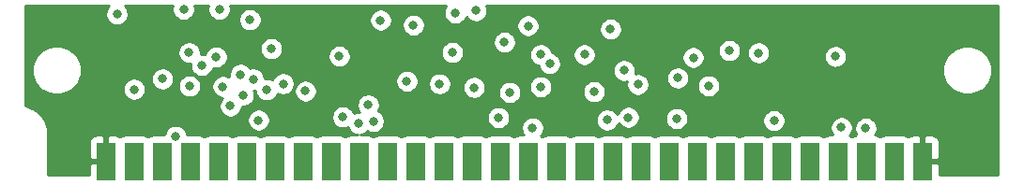
<source format=gbr>
%TF.GenerationSoftware,KiCad,Pcbnew,(5.1.9)-1*%
%TF.CreationDate,2021-01-13T00:43:24+11:00*%
%TF.ProjectId,1M-30pinsimm,314d2d33-3070-4696-9e73-696d6d2e6b69,rev?*%
%TF.SameCoordinates,Original*%
%TF.FileFunction,Copper,L2,Inr*%
%TF.FilePolarity,Positive*%
%FSLAX46Y46*%
G04 Gerber Fmt 4.6, Leading zero omitted, Abs format (unit mm)*
G04 Created by KiCad (PCBNEW (5.1.9)-1) date 2021-01-13 00:43:24*
%MOMM*%
%LPD*%
G01*
G04 APERTURE LIST*
%TA.AperFunction,ComponentPad*%
%ADD10R,1.780000X3.500000*%
%TD*%
%TA.AperFunction,ViaPad*%
%ADD11C,0.800000*%
%TD*%
%TA.AperFunction,Conductor*%
%ADD12C,0.254000*%
%TD*%
%TA.AperFunction,Conductor*%
%ADD13C,0.100000*%
%TD*%
G04 APERTURE END LIST*
D10*
%TO.N,WE*%
%TO.C,B1*%
X172974000Y-125098000D03*
%TO.N,DQ5*%
X170434000Y-125098000D03*
%TO.N,DP*%
X193294000Y-125098000D03*
%TO.N,CASP*%
X190754000Y-125098000D03*
%TO.N,RAS*%
X188214000Y-125098000D03*
%TO.N,Net-(B1-Pad19)*%
X167894000Y-125098000D03*
%TO.N,+5V*%
X195834000Y-125098000D03*
%TO.N,QP*%
X185674000Y-125098000D03*
%TO.N,A8*%
X162814000Y-125098000D03*
%TO.N,DQ7*%
X183134000Y-125098000D03*
%TO.N,GND*%
X175514000Y-125098000D03*
%TO.N,A9*%
X165354000Y-125098000D03*
%TO.N,Net-(B1-Pad24)*%
X180594000Y-125098000D03*
%TO.N,DQ6*%
X178054000Y-125098000D03*
%TO.N,A5*%
X150114000Y-125098000D03*
%TO.N,A4*%
X147574000Y-125098000D03*
%TO.N,DQ2*%
X145034000Y-125098000D03*
%TO.N,DQ4*%
X160274000Y-125098000D03*
%TO.N,DQ3*%
X152654000Y-125098000D03*
%TO.N,GND*%
X142494000Y-125098000D03*
%TO.N,A7*%
X157734000Y-125098000D03*
%TO.N,A6*%
X155194000Y-125098000D03*
%TO.N,A2*%
X137414000Y-125098000D03*
%TO.N,A3*%
X139954000Y-125098000D03*
%TO.N,DQ1*%
X134874000Y-125098000D03*
%TO.N,A1*%
X132334000Y-125098000D03*
%TO.N,A0*%
X129794000Y-125098000D03*
%TO.N,DQ0*%
X127254000Y-125098000D03*
%TO.N,CAS*%
X124714000Y-125098000D03*
%TO.N,+5V*%
X122174000Y-125098000D03*
%TD*%
D11*
%TO.N,WE*%
X149922800Y-112748300D03*
X160265200Y-112812600D03*
X187997800Y-115603700D03*
%TO.N,DQ5*%
X165353400Y-115435000D03*
%TO.N,CASP*%
X188529500Y-122036800D03*
%TO.N,+5V*%
X169430700Y-115582700D03*
X125420700Y-114609300D03*
X149161500Y-115608100D03*
%TO.N,A8*%
X167402200Y-121348200D03*
X136692400Y-118622800D03*
X157595200Y-121133900D03*
%TO.N,GND*%
X124728100Y-118582800D03*
X170180200Y-118142700D03*
X145846800Y-119989600D03*
X123190000Y-111760000D03*
X143560500Y-121087900D03*
X190725300Y-122104200D03*
X135955300Y-121373400D03*
X160665000Y-122072300D03*
X166224800Y-118790000D03*
%TO.N,A9*%
X182449000Y-121406200D03*
X173675500Y-121232500D03*
X169309900Y-121117200D03*
X137102500Y-114901400D03*
X153436400Y-115226200D03*
X161421000Y-115429500D03*
%TO.N,A5*%
X173770600Y-117545200D03*
X129718400Y-118279800D03*
X152281400Y-118081800D03*
%TO.N,A4*%
X161418400Y-118339700D03*
X144994700Y-121679700D03*
%TO.N,DQ2*%
X140191700Y-118735600D03*
%TO.N,DQ4*%
X162207700Y-116248500D03*
%TO.N,DQ3*%
X146306300Y-121480400D03*
%TO.N,A7*%
X155398300Y-118414300D03*
X133413800Y-120082000D03*
%TO.N,A6*%
X176549800Y-118258800D03*
X168926600Y-116872700D03*
X132740400Y-118318000D03*
X149329200Y-117830700D03*
%TO.N,A2*%
X175171600Y-115704400D03*
X158141000Y-114314200D03*
X129194000Y-111328500D03*
X128488200Y-122838200D03*
%TO.N,A3*%
X167704900Y-113119300D03*
X146955400Y-112314600D03*
X129687800Y-115247800D03*
X134330500Y-117229600D03*
%TO.N,DQ1*%
X134565300Y-119095300D03*
%TO.N,A1*%
X135178800Y-112265700D03*
X132133300Y-115646500D03*
X153699000Y-111651100D03*
X178437900Y-115071700D03*
%TO.N,A0*%
X132403800Y-111328500D03*
X155565700Y-111454500D03*
X181059300Y-115276100D03*
%TO.N,DQ0*%
X143234900Y-115581100D03*
X130822800Y-116397100D03*
X127286500Y-117637300D03*
%TO.N,CAS*%
X158622000Y-118857300D03*
X135469300Y-117651200D03*
X138180200Y-118077100D03*
%TD*%
D12*
%TO.N,+5V*%
X122386063Y-111100226D02*
X122272795Y-111269744D01*
X122194774Y-111458102D01*
X122155000Y-111658061D01*
X122155000Y-111861939D01*
X122194774Y-112061898D01*
X122272795Y-112250256D01*
X122386063Y-112419774D01*
X122530226Y-112563937D01*
X122699744Y-112677205D01*
X122888102Y-112755226D01*
X123088061Y-112795000D01*
X123291939Y-112795000D01*
X123491898Y-112755226D01*
X123680256Y-112677205D01*
X123849774Y-112563937D01*
X123993937Y-112419774D01*
X124107205Y-112250256D01*
X124185226Y-112061898D01*
X124225000Y-111861939D01*
X124225000Y-111658061D01*
X124185226Y-111458102D01*
X124107205Y-111269744D01*
X123993937Y-111100226D01*
X123916711Y-111023000D01*
X128200266Y-111023000D01*
X128198774Y-111026602D01*
X128159000Y-111226561D01*
X128159000Y-111430439D01*
X128198774Y-111630398D01*
X128276795Y-111818756D01*
X128390063Y-111988274D01*
X128534226Y-112132437D01*
X128703744Y-112245705D01*
X128892102Y-112323726D01*
X129092061Y-112363500D01*
X129295939Y-112363500D01*
X129495898Y-112323726D01*
X129684256Y-112245705D01*
X129853774Y-112132437D01*
X129997937Y-111988274D01*
X130111205Y-111818756D01*
X130189226Y-111630398D01*
X130229000Y-111430439D01*
X130229000Y-111226561D01*
X130189226Y-111026602D01*
X130187734Y-111023000D01*
X131410066Y-111023000D01*
X131408574Y-111026602D01*
X131368800Y-111226561D01*
X131368800Y-111430439D01*
X131408574Y-111630398D01*
X131486595Y-111818756D01*
X131599863Y-111988274D01*
X131744026Y-112132437D01*
X131913544Y-112245705D01*
X132101902Y-112323726D01*
X132301861Y-112363500D01*
X132505739Y-112363500D01*
X132705698Y-112323726D01*
X132894056Y-112245705D01*
X133016694Y-112163761D01*
X134143800Y-112163761D01*
X134143800Y-112367639D01*
X134183574Y-112567598D01*
X134261595Y-112755956D01*
X134374863Y-112925474D01*
X134519026Y-113069637D01*
X134688544Y-113182905D01*
X134876902Y-113260926D01*
X135076861Y-113300700D01*
X135280739Y-113300700D01*
X135480698Y-113260926D01*
X135669056Y-113182905D01*
X135838574Y-113069637D01*
X135982737Y-112925474D01*
X136096005Y-112755956D01*
X136174026Y-112567598D01*
X136213800Y-112367639D01*
X136213800Y-112212661D01*
X145920400Y-112212661D01*
X145920400Y-112416539D01*
X145960174Y-112616498D01*
X146038195Y-112804856D01*
X146151463Y-112974374D01*
X146295626Y-113118537D01*
X146465144Y-113231805D01*
X146653502Y-113309826D01*
X146853461Y-113349600D01*
X147057339Y-113349600D01*
X147257298Y-113309826D01*
X147445656Y-113231805D01*
X147615174Y-113118537D01*
X147759337Y-112974374D01*
X147872605Y-112804856D01*
X147938256Y-112646361D01*
X148887800Y-112646361D01*
X148887800Y-112850239D01*
X148927574Y-113050198D01*
X149005595Y-113238556D01*
X149118863Y-113408074D01*
X149263026Y-113552237D01*
X149432544Y-113665505D01*
X149620902Y-113743526D01*
X149820861Y-113783300D01*
X150024739Y-113783300D01*
X150224698Y-113743526D01*
X150413056Y-113665505D01*
X150582574Y-113552237D01*
X150726737Y-113408074D01*
X150840005Y-113238556D01*
X150918026Y-113050198D01*
X150957800Y-112850239D01*
X150957800Y-112710661D01*
X159230200Y-112710661D01*
X159230200Y-112914539D01*
X159269974Y-113114498D01*
X159347995Y-113302856D01*
X159461263Y-113472374D01*
X159605426Y-113616537D01*
X159774944Y-113729805D01*
X159963302Y-113807826D01*
X160163261Y-113847600D01*
X160367139Y-113847600D01*
X160567098Y-113807826D01*
X160755456Y-113729805D01*
X160924974Y-113616537D01*
X161069137Y-113472374D01*
X161182405Y-113302856D01*
X161260426Y-113114498D01*
X161279747Y-113017361D01*
X166669900Y-113017361D01*
X166669900Y-113221239D01*
X166709674Y-113421198D01*
X166787695Y-113609556D01*
X166900963Y-113779074D01*
X167045126Y-113923237D01*
X167214644Y-114036505D01*
X167403002Y-114114526D01*
X167602961Y-114154300D01*
X167806839Y-114154300D01*
X168006798Y-114114526D01*
X168195156Y-114036505D01*
X168364674Y-113923237D01*
X168508837Y-113779074D01*
X168622105Y-113609556D01*
X168700126Y-113421198D01*
X168739900Y-113221239D01*
X168739900Y-113017361D01*
X168700126Y-112817402D01*
X168622105Y-112629044D01*
X168508837Y-112459526D01*
X168364674Y-112315363D01*
X168195156Y-112202095D01*
X168006798Y-112124074D01*
X167806839Y-112084300D01*
X167602961Y-112084300D01*
X167403002Y-112124074D01*
X167214644Y-112202095D01*
X167045126Y-112315363D01*
X166900963Y-112459526D01*
X166787695Y-112629044D01*
X166709674Y-112817402D01*
X166669900Y-113017361D01*
X161279747Y-113017361D01*
X161300200Y-112914539D01*
X161300200Y-112710661D01*
X161260426Y-112510702D01*
X161182405Y-112322344D01*
X161069137Y-112152826D01*
X160924974Y-112008663D01*
X160755456Y-111895395D01*
X160567098Y-111817374D01*
X160367139Y-111777600D01*
X160163261Y-111777600D01*
X159963302Y-111817374D01*
X159774944Y-111895395D01*
X159605426Y-112008663D01*
X159461263Y-112152826D01*
X159347995Y-112322344D01*
X159269974Y-112510702D01*
X159230200Y-112710661D01*
X150957800Y-112710661D01*
X150957800Y-112646361D01*
X150918026Y-112446402D01*
X150840005Y-112258044D01*
X150726737Y-112088526D01*
X150582574Y-111944363D01*
X150413056Y-111831095D01*
X150224698Y-111753074D01*
X150024739Y-111713300D01*
X149820861Y-111713300D01*
X149620902Y-111753074D01*
X149432544Y-111831095D01*
X149263026Y-111944363D01*
X149118863Y-112088526D01*
X149005595Y-112258044D01*
X148927574Y-112446402D01*
X148887800Y-112646361D01*
X147938256Y-112646361D01*
X147950626Y-112616498D01*
X147990400Y-112416539D01*
X147990400Y-112212661D01*
X147950626Y-112012702D01*
X147872605Y-111824344D01*
X147759337Y-111654826D01*
X147615174Y-111510663D01*
X147445656Y-111397395D01*
X147257298Y-111319374D01*
X147057339Y-111279600D01*
X146853461Y-111279600D01*
X146653502Y-111319374D01*
X146465144Y-111397395D01*
X146295626Y-111510663D01*
X146151463Y-111654826D01*
X146038195Y-111824344D01*
X145960174Y-112012702D01*
X145920400Y-112212661D01*
X136213800Y-112212661D01*
X136213800Y-112163761D01*
X136174026Y-111963802D01*
X136096005Y-111775444D01*
X135982737Y-111605926D01*
X135838574Y-111461763D01*
X135669056Y-111348495D01*
X135480698Y-111270474D01*
X135280739Y-111230700D01*
X135076861Y-111230700D01*
X134876902Y-111270474D01*
X134688544Y-111348495D01*
X134519026Y-111461763D01*
X134374863Y-111605926D01*
X134261595Y-111775444D01*
X134183574Y-111963802D01*
X134143800Y-112163761D01*
X133016694Y-112163761D01*
X133063574Y-112132437D01*
X133207737Y-111988274D01*
X133321005Y-111818756D01*
X133399026Y-111630398D01*
X133438800Y-111430439D01*
X133438800Y-111226561D01*
X133399026Y-111026602D01*
X133397534Y-111023000D01*
X152873899Y-111023000D01*
X152781795Y-111160844D01*
X152703774Y-111349202D01*
X152664000Y-111549161D01*
X152664000Y-111753039D01*
X152703774Y-111952998D01*
X152781795Y-112141356D01*
X152895063Y-112310874D01*
X153039226Y-112455037D01*
X153208744Y-112568305D01*
X153397102Y-112646326D01*
X153597061Y-112686100D01*
X153800939Y-112686100D01*
X154000898Y-112646326D01*
X154189256Y-112568305D01*
X154358774Y-112455037D01*
X154502937Y-112310874D01*
X154616205Y-112141356D01*
X154678833Y-111990160D01*
X154761763Y-112114274D01*
X154905926Y-112258437D01*
X155075444Y-112371705D01*
X155263802Y-112449726D01*
X155463761Y-112489500D01*
X155667639Y-112489500D01*
X155867598Y-112449726D01*
X156055956Y-112371705D01*
X156225474Y-112258437D01*
X156369637Y-112114274D01*
X156482905Y-111944756D01*
X156560926Y-111756398D01*
X156600700Y-111556439D01*
X156600700Y-111352561D01*
X156560926Y-111152602D01*
X156507243Y-111023000D01*
X202667001Y-111023000D01*
X202667000Y-126340000D01*
X197361006Y-126340000D01*
X197359000Y-125383750D01*
X197200250Y-125225000D01*
X195961000Y-125225000D01*
X195961000Y-125245000D01*
X195707000Y-125245000D01*
X195707000Y-125225000D01*
X195687000Y-125225000D01*
X195687000Y-124971000D01*
X195707000Y-124971000D01*
X195707000Y-122871750D01*
X195961000Y-122871750D01*
X195961000Y-124971000D01*
X197200250Y-124971000D01*
X197359000Y-124812250D01*
X197362072Y-123348000D01*
X197349812Y-123223518D01*
X197313502Y-123103820D01*
X197254537Y-122993506D01*
X197175185Y-122896815D01*
X197078494Y-122817463D01*
X196968180Y-122758498D01*
X196848482Y-122722188D01*
X196724000Y-122709928D01*
X196119750Y-122713000D01*
X195961000Y-122871750D01*
X195707000Y-122871750D01*
X195548250Y-122713000D01*
X194944000Y-122709928D01*
X194819518Y-122722188D01*
X194699820Y-122758498D01*
X194589506Y-122817463D01*
X194564000Y-122838395D01*
X194538494Y-122817463D01*
X194428180Y-122758498D01*
X194308482Y-122722188D01*
X194184000Y-122709928D01*
X192404000Y-122709928D01*
X192279518Y-122722188D01*
X192159820Y-122758498D01*
X192049506Y-122817463D01*
X192024000Y-122838395D01*
X191998494Y-122817463D01*
X191888180Y-122758498D01*
X191768482Y-122722188D01*
X191644000Y-122709928D01*
X191565349Y-122709928D01*
X191642505Y-122594456D01*
X191720526Y-122406098D01*
X191760300Y-122206139D01*
X191760300Y-122002261D01*
X191720526Y-121802302D01*
X191642505Y-121613944D01*
X191529237Y-121444426D01*
X191385074Y-121300263D01*
X191215556Y-121186995D01*
X191027198Y-121108974D01*
X190827239Y-121069200D01*
X190623361Y-121069200D01*
X190423402Y-121108974D01*
X190235044Y-121186995D01*
X190065526Y-121300263D01*
X189921363Y-121444426D01*
X189808095Y-121613944D01*
X189730074Y-121802302D01*
X189690300Y-122002261D01*
X189690300Y-122206139D01*
X189730074Y-122406098D01*
X189808095Y-122594456D01*
X189885251Y-122709928D01*
X189864000Y-122709928D01*
X189739518Y-122722188D01*
X189619820Y-122758498D01*
X189509506Y-122817463D01*
X189484000Y-122838395D01*
X189458494Y-122817463D01*
X189348180Y-122758498D01*
X189289357Y-122740654D01*
X189333437Y-122696574D01*
X189446705Y-122527056D01*
X189524726Y-122338698D01*
X189564500Y-122138739D01*
X189564500Y-121934861D01*
X189524726Y-121734902D01*
X189446705Y-121546544D01*
X189333437Y-121377026D01*
X189189274Y-121232863D01*
X189019756Y-121119595D01*
X188831398Y-121041574D01*
X188631439Y-121001800D01*
X188427561Y-121001800D01*
X188227602Y-121041574D01*
X188039244Y-121119595D01*
X187869726Y-121232863D01*
X187725563Y-121377026D01*
X187612295Y-121546544D01*
X187534274Y-121734902D01*
X187494500Y-121934861D01*
X187494500Y-122138739D01*
X187534274Y-122338698D01*
X187612295Y-122527056D01*
X187725563Y-122696574D01*
X187738917Y-122709928D01*
X187324000Y-122709928D01*
X187199518Y-122722188D01*
X187079820Y-122758498D01*
X186969506Y-122817463D01*
X186944000Y-122838395D01*
X186918494Y-122817463D01*
X186808180Y-122758498D01*
X186688482Y-122722188D01*
X186564000Y-122709928D01*
X184784000Y-122709928D01*
X184659518Y-122722188D01*
X184539820Y-122758498D01*
X184429506Y-122817463D01*
X184404000Y-122838395D01*
X184378494Y-122817463D01*
X184268180Y-122758498D01*
X184148482Y-122722188D01*
X184024000Y-122709928D01*
X182244000Y-122709928D01*
X182119518Y-122722188D01*
X181999820Y-122758498D01*
X181889506Y-122817463D01*
X181864000Y-122838395D01*
X181838494Y-122817463D01*
X181728180Y-122758498D01*
X181608482Y-122722188D01*
X181484000Y-122709928D01*
X179704000Y-122709928D01*
X179579518Y-122722188D01*
X179459820Y-122758498D01*
X179349506Y-122817463D01*
X179324000Y-122838395D01*
X179298494Y-122817463D01*
X179188180Y-122758498D01*
X179068482Y-122722188D01*
X178944000Y-122709928D01*
X177164000Y-122709928D01*
X177039518Y-122722188D01*
X176919820Y-122758498D01*
X176809506Y-122817463D01*
X176784000Y-122838395D01*
X176758494Y-122817463D01*
X176648180Y-122758498D01*
X176528482Y-122722188D01*
X176404000Y-122709928D01*
X174624000Y-122709928D01*
X174499518Y-122722188D01*
X174379820Y-122758498D01*
X174269506Y-122817463D01*
X174244000Y-122838395D01*
X174218494Y-122817463D01*
X174108180Y-122758498D01*
X173988482Y-122722188D01*
X173864000Y-122709928D01*
X172084000Y-122709928D01*
X171959518Y-122722188D01*
X171839820Y-122758498D01*
X171729506Y-122817463D01*
X171704000Y-122838395D01*
X171678494Y-122817463D01*
X171568180Y-122758498D01*
X171448482Y-122722188D01*
X171324000Y-122709928D01*
X169544000Y-122709928D01*
X169419518Y-122722188D01*
X169299820Y-122758498D01*
X169189506Y-122817463D01*
X169164000Y-122838395D01*
X169138494Y-122817463D01*
X169028180Y-122758498D01*
X168908482Y-122722188D01*
X168784000Y-122709928D01*
X167004000Y-122709928D01*
X166879518Y-122722188D01*
X166759820Y-122758498D01*
X166649506Y-122817463D01*
X166624000Y-122838395D01*
X166598494Y-122817463D01*
X166488180Y-122758498D01*
X166368482Y-122722188D01*
X166244000Y-122709928D01*
X164464000Y-122709928D01*
X164339518Y-122722188D01*
X164219820Y-122758498D01*
X164109506Y-122817463D01*
X164084000Y-122838395D01*
X164058494Y-122817463D01*
X163948180Y-122758498D01*
X163828482Y-122722188D01*
X163704000Y-122709928D01*
X161924000Y-122709928D01*
X161799518Y-122722188D01*
X161679820Y-122758498D01*
X161569506Y-122817463D01*
X161544000Y-122838395D01*
X161518494Y-122817463D01*
X161430554Y-122770457D01*
X161468937Y-122732074D01*
X161582205Y-122562556D01*
X161660226Y-122374198D01*
X161700000Y-122174239D01*
X161700000Y-121970361D01*
X161660226Y-121770402D01*
X161582205Y-121582044D01*
X161468937Y-121412526D01*
X161324774Y-121268363D01*
X161291696Y-121246261D01*
X166367200Y-121246261D01*
X166367200Y-121450139D01*
X166406974Y-121650098D01*
X166484995Y-121838456D01*
X166598263Y-122007974D01*
X166742426Y-122152137D01*
X166911944Y-122265405D01*
X167100302Y-122343426D01*
X167300261Y-122383200D01*
X167504139Y-122383200D01*
X167704098Y-122343426D01*
X167892456Y-122265405D01*
X168061974Y-122152137D01*
X168206137Y-122007974D01*
X168319405Y-121838456D01*
X168397426Y-121650098D01*
X168402877Y-121622694D01*
X168505963Y-121776974D01*
X168650126Y-121921137D01*
X168819644Y-122034405D01*
X169008002Y-122112426D01*
X169207961Y-122152200D01*
X169411839Y-122152200D01*
X169611798Y-122112426D01*
X169800156Y-122034405D01*
X169969674Y-121921137D01*
X170113837Y-121776974D01*
X170227105Y-121607456D01*
X170305126Y-121419098D01*
X170344900Y-121219139D01*
X170344900Y-121130561D01*
X172640500Y-121130561D01*
X172640500Y-121334439D01*
X172680274Y-121534398D01*
X172758295Y-121722756D01*
X172871563Y-121892274D01*
X173015726Y-122036437D01*
X173185244Y-122149705D01*
X173373602Y-122227726D01*
X173573561Y-122267500D01*
X173777439Y-122267500D01*
X173977398Y-122227726D01*
X174165756Y-122149705D01*
X174335274Y-122036437D01*
X174479437Y-121892274D01*
X174592705Y-121722756D01*
X174670726Y-121534398D01*
X174710500Y-121334439D01*
X174710500Y-121304261D01*
X181414000Y-121304261D01*
X181414000Y-121508139D01*
X181453774Y-121708098D01*
X181531795Y-121896456D01*
X181645063Y-122065974D01*
X181789226Y-122210137D01*
X181958744Y-122323405D01*
X182147102Y-122401426D01*
X182347061Y-122441200D01*
X182550939Y-122441200D01*
X182750898Y-122401426D01*
X182939256Y-122323405D01*
X183108774Y-122210137D01*
X183252937Y-122065974D01*
X183366205Y-121896456D01*
X183444226Y-121708098D01*
X183484000Y-121508139D01*
X183484000Y-121304261D01*
X183444226Y-121104302D01*
X183366205Y-120915944D01*
X183252937Y-120746426D01*
X183108774Y-120602263D01*
X182939256Y-120488995D01*
X182750898Y-120410974D01*
X182550939Y-120371200D01*
X182347061Y-120371200D01*
X182147102Y-120410974D01*
X181958744Y-120488995D01*
X181789226Y-120602263D01*
X181645063Y-120746426D01*
X181531795Y-120915944D01*
X181453774Y-121104302D01*
X181414000Y-121304261D01*
X174710500Y-121304261D01*
X174710500Y-121130561D01*
X174670726Y-120930602D01*
X174592705Y-120742244D01*
X174479437Y-120572726D01*
X174335274Y-120428563D01*
X174165756Y-120315295D01*
X173977398Y-120237274D01*
X173777439Y-120197500D01*
X173573561Y-120197500D01*
X173373602Y-120237274D01*
X173185244Y-120315295D01*
X173015726Y-120428563D01*
X172871563Y-120572726D01*
X172758295Y-120742244D01*
X172680274Y-120930602D01*
X172640500Y-121130561D01*
X170344900Y-121130561D01*
X170344900Y-121015261D01*
X170305126Y-120815302D01*
X170227105Y-120626944D01*
X170113837Y-120457426D01*
X169969674Y-120313263D01*
X169800156Y-120199995D01*
X169611798Y-120121974D01*
X169411839Y-120082200D01*
X169207961Y-120082200D01*
X169008002Y-120121974D01*
X168819644Y-120199995D01*
X168650126Y-120313263D01*
X168505963Y-120457426D01*
X168392695Y-120626944D01*
X168314674Y-120815302D01*
X168309223Y-120842706D01*
X168206137Y-120688426D01*
X168061974Y-120544263D01*
X167892456Y-120430995D01*
X167704098Y-120352974D01*
X167504139Y-120313200D01*
X167300261Y-120313200D01*
X167100302Y-120352974D01*
X166911944Y-120430995D01*
X166742426Y-120544263D01*
X166598263Y-120688426D01*
X166484995Y-120857944D01*
X166406974Y-121046302D01*
X166367200Y-121246261D01*
X161291696Y-121246261D01*
X161155256Y-121155095D01*
X160966898Y-121077074D01*
X160766939Y-121037300D01*
X160563061Y-121037300D01*
X160363102Y-121077074D01*
X160174744Y-121155095D01*
X160005226Y-121268363D01*
X159861063Y-121412526D01*
X159747795Y-121582044D01*
X159669774Y-121770402D01*
X159630000Y-121970361D01*
X159630000Y-122174239D01*
X159669774Y-122374198D01*
X159747795Y-122562556D01*
X159846266Y-122709928D01*
X159384000Y-122709928D01*
X159259518Y-122722188D01*
X159139820Y-122758498D01*
X159029506Y-122817463D01*
X159004000Y-122838395D01*
X158978494Y-122817463D01*
X158868180Y-122758498D01*
X158748482Y-122722188D01*
X158624000Y-122709928D01*
X156844000Y-122709928D01*
X156719518Y-122722188D01*
X156599820Y-122758498D01*
X156489506Y-122817463D01*
X156464000Y-122838395D01*
X156438494Y-122817463D01*
X156328180Y-122758498D01*
X156208482Y-122722188D01*
X156084000Y-122709928D01*
X154304000Y-122709928D01*
X154179518Y-122722188D01*
X154059820Y-122758498D01*
X153949506Y-122817463D01*
X153924000Y-122838395D01*
X153898494Y-122817463D01*
X153788180Y-122758498D01*
X153668482Y-122722188D01*
X153544000Y-122709928D01*
X151764000Y-122709928D01*
X151639518Y-122722188D01*
X151519820Y-122758498D01*
X151409506Y-122817463D01*
X151384000Y-122838395D01*
X151358494Y-122817463D01*
X151248180Y-122758498D01*
X151128482Y-122722188D01*
X151004000Y-122709928D01*
X149224000Y-122709928D01*
X149099518Y-122722188D01*
X148979820Y-122758498D01*
X148869506Y-122817463D01*
X148844000Y-122838395D01*
X148818494Y-122817463D01*
X148708180Y-122758498D01*
X148588482Y-122722188D01*
X148464000Y-122709928D01*
X146684000Y-122709928D01*
X146559518Y-122722188D01*
X146439820Y-122758498D01*
X146329506Y-122817463D01*
X146304000Y-122838395D01*
X146278494Y-122817463D01*
X146168180Y-122758498D01*
X146048482Y-122722188D01*
X145924000Y-122709928D01*
X145120630Y-122709928D01*
X145296598Y-122674926D01*
X145484956Y-122596905D01*
X145654474Y-122483637D01*
X145770762Y-122367349D01*
X145816044Y-122397605D01*
X146004402Y-122475626D01*
X146204361Y-122515400D01*
X146408239Y-122515400D01*
X146608198Y-122475626D01*
X146796556Y-122397605D01*
X146966074Y-122284337D01*
X147110237Y-122140174D01*
X147223505Y-121970656D01*
X147301526Y-121782298D01*
X147341300Y-121582339D01*
X147341300Y-121378461D01*
X147301526Y-121178502D01*
X147240827Y-121031961D01*
X156560200Y-121031961D01*
X156560200Y-121235839D01*
X156599974Y-121435798D01*
X156677995Y-121624156D01*
X156791263Y-121793674D01*
X156935426Y-121937837D01*
X157104944Y-122051105D01*
X157293302Y-122129126D01*
X157493261Y-122168900D01*
X157697139Y-122168900D01*
X157897098Y-122129126D01*
X158085456Y-122051105D01*
X158254974Y-121937837D01*
X158399137Y-121793674D01*
X158512405Y-121624156D01*
X158590426Y-121435798D01*
X158630200Y-121235839D01*
X158630200Y-121031961D01*
X158590426Y-120832002D01*
X158512405Y-120643644D01*
X158399137Y-120474126D01*
X158254974Y-120329963D01*
X158085456Y-120216695D01*
X157897098Y-120138674D01*
X157697139Y-120098900D01*
X157493261Y-120098900D01*
X157293302Y-120138674D01*
X157104944Y-120216695D01*
X156935426Y-120329963D01*
X156791263Y-120474126D01*
X156677995Y-120643644D01*
X156599974Y-120832002D01*
X156560200Y-121031961D01*
X147240827Y-121031961D01*
X147223505Y-120990144D01*
X147110237Y-120820626D01*
X146966074Y-120676463D01*
X146796556Y-120563195D01*
X146727447Y-120534569D01*
X146764005Y-120479856D01*
X146842026Y-120291498D01*
X146881800Y-120091539D01*
X146881800Y-119887661D01*
X146842026Y-119687702D01*
X146764005Y-119499344D01*
X146650737Y-119329826D01*
X146506574Y-119185663D01*
X146337056Y-119072395D01*
X146148698Y-118994374D01*
X145948739Y-118954600D01*
X145744861Y-118954600D01*
X145544902Y-118994374D01*
X145356544Y-119072395D01*
X145187026Y-119185663D01*
X145042863Y-119329826D01*
X144929595Y-119499344D01*
X144851574Y-119687702D01*
X144811800Y-119887661D01*
X144811800Y-120091539D01*
X144851574Y-120291498D01*
X144929595Y-120479856D01*
X145039740Y-120644700D01*
X144892761Y-120644700D01*
X144692802Y-120684474D01*
X144539905Y-120747807D01*
X144477705Y-120597644D01*
X144364437Y-120428126D01*
X144220274Y-120283963D01*
X144050756Y-120170695D01*
X143862398Y-120092674D01*
X143662439Y-120052900D01*
X143458561Y-120052900D01*
X143258602Y-120092674D01*
X143070244Y-120170695D01*
X142900726Y-120283963D01*
X142756563Y-120428126D01*
X142643295Y-120597644D01*
X142565274Y-120786002D01*
X142525500Y-120985961D01*
X142525500Y-121189839D01*
X142565274Y-121389798D01*
X142643295Y-121578156D01*
X142756563Y-121747674D01*
X142900726Y-121891837D01*
X143070244Y-122005105D01*
X143258602Y-122083126D01*
X143458561Y-122122900D01*
X143662439Y-122122900D01*
X143862398Y-122083126D01*
X144015295Y-122019793D01*
X144077495Y-122169956D01*
X144190763Y-122339474D01*
X144334926Y-122483637D01*
X144504444Y-122596905D01*
X144692802Y-122674926D01*
X144868770Y-122709928D01*
X144144000Y-122709928D01*
X144019518Y-122722188D01*
X143899820Y-122758498D01*
X143789506Y-122817463D01*
X143764000Y-122838395D01*
X143738494Y-122817463D01*
X143628180Y-122758498D01*
X143508482Y-122722188D01*
X143384000Y-122709928D01*
X141604000Y-122709928D01*
X141479518Y-122722188D01*
X141359820Y-122758498D01*
X141249506Y-122817463D01*
X141224000Y-122838395D01*
X141198494Y-122817463D01*
X141088180Y-122758498D01*
X140968482Y-122722188D01*
X140844000Y-122709928D01*
X139064000Y-122709928D01*
X138939518Y-122722188D01*
X138819820Y-122758498D01*
X138709506Y-122817463D01*
X138684000Y-122838395D01*
X138658494Y-122817463D01*
X138548180Y-122758498D01*
X138428482Y-122722188D01*
X138304000Y-122709928D01*
X136524000Y-122709928D01*
X136399518Y-122722188D01*
X136279820Y-122758498D01*
X136169506Y-122817463D01*
X136144000Y-122838395D01*
X136118494Y-122817463D01*
X136008180Y-122758498D01*
X135888482Y-122722188D01*
X135764000Y-122709928D01*
X133984000Y-122709928D01*
X133859518Y-122722188D01*
X133739820Y-122758498D01*
X133629506Y-122817463D01*
X133604000Y-122838395D01*
X133578494Y-122817463D01*
X133468180Y-122758498D01*
X133348482Y-122722188D01*
X133224000Y-122709928D01*
X131444000Y-122709928D01*
X131319518Y-122722188D01*
X131199820Y-122758498D01*
X131089506Y-122817463D01*
X131064000Y-122838395D01*
X131038494Y-122817463D01*
X130928180Y-122758498D01*
X130808482Y-122722188D01*
X130684000Y-122709928D01*
X129517962Y-122709928D01*
X129483426Y-122536302D01*
X129405405Y-122347944D01*
X129292137Y-122178426D01*
X129147974Y-122034263D01*
X128978456Y-121920995D01*
X128790098Y-121842974D01*
X128590139Y-121803200D01*
X128386261Y-121803200D01*
X128186302Y-121842974D01*
X127997944Y-121920995D01*
X127828426Y-122034263D01*
X127684263Y-122178426D01*
X127570995Y-122347944D01*
X127492974Y-122536302D01*
X127458438Y-122709928D01*
X126364000Y-122709928D01*
X126239518Y-122722188D01*
X126119820Y-122758498D01*
X126009506Y-122817463D01*
X125984000Y-122838395D01*
X125958494Y-122817463D01*
X125848180Y-122758498D01*
X125728482Y-122722188D01*
X125604000Y-122709928D01*
X123824000Y-122709928D01*
X123699518Y-122722188D01*
X123579820Y-122758498D01*
X123469506Y-122817463D01*
X123444000Y-122838395D01*
X123418494Y-122817463D01*
X123308180Y-122758498D01*
X123188482Y-122722188D01*
X123064000Y-122709928D01*
X122459750Y-122713000D01*
X122301000Y-122871750D01*
X122301000Y-124971000D01*
X122321000Y-124971000D01*
X122321000Y-125225000D01*
X122301000Y-125225000D01*
X122301000Y-125245000D01*
X122047000Y-125245000D01*
X122047000Y-125225000D01*
X120807750Y-125225000D01*
X120649000Y-125383750D01*
X120646994Y-126340000D01*
X116992000Y-126340000D01*
X116992000Y-123348000D01*
X120645928Y-123348000D01*
X120649000Y-124812250D01*
X120807750Y-124971000D01*
X122047000Y-124971000D01*
X122047000Y-122871750D01*
X121888250Y-122713000D01*
X121284000Y-122709928D01*
X121159518Y-122722188D01*
X121039820Y-122758498D01*
X120929506Y-122817463D01*
X120832815Y-122896815D01*
X120753463Y-122993506D01*
X120694498Y-123103820D01*
X120658188Y-123223518D01*
X120645928Y-123348000D01*
X116992000Y-123348000D01*
X116992000Y-122649581D01*
X116989146Y-122620603D01*
X116989234Y-122607997D01*
X116988334Y-122598826D01*
X116946882Y-122204422D01*
X116934855Y-122145829D01*
X116923645Y-122087065D01*
X116920981Y-122078243D01*
X116803710Y-121699401D01*
X116780526Y-121644250D01*
X116758120Y-121588792D01*
X116753794Y-121580655D01*
X116586613Y-121271461D01*
X134920300Y-121271461D01*
X134920300Y-121475339D01*
X134960074Y-121675298D01*
X135038095Y-121863656D01*
X135151363Y-122033174D01*
X135295526Y-122177337D01*
X135465044Y-122290605D01*
X135653402Y-122368626D01*
X135853361Y-122408400D01*
X136057239Y-122408400D01*
X136257198Y-122368626D01*
X136445556Y-122290605D01*
X136615074Y-122177337D01*
X136759237Y-122033174D01*
X136872505Y-121863656D01*
X136950526Y-121675298D01*
X136990300Y-121475339D01*
X136990300Y-121271461D01*
X136950526Y-121071502D01*
X136872505Y-120883144D01*
X136759237Y-120713626D01*
X136615074Y-120569463D01*
X136445556Y-120456195D01*
X136257198Y-120378174D01*
X136057239Y-120338400D01*
X135853361Y-120338400D01*
X135653402Y-120378174D01*
X135465044Y-120456195D01*
X135295526Y-120569463D01*
X135151363Y-120713626D01*
X135038095Y-120883144D01*
X134960074Y-121071502D01*
X134920300Y-121271461D01*
X116586613Y-121271461D01*
X116565172Y-121231807D01*
X116531717Y-121182208D01*
X116498968Y-121132162D01*
X116493144Y-121125021D01*
X116240356Y-120819453D01*
X116197923Y-120777315D01*
X116156057Y-120734562D01*
X116148962Y-120728694D01*
X116148957Y-120728689D01*
X116148952Y-120728685D01*
X115841631Y-120478041D01*
X115791838Y-120444959D01*
X115742449Y-120411141D01*
X115734343Y-120406759D01*
X115384187Y-120220577D01*
X115328867Y-120197776D01*
X115273899Y-120174216D01*
X115265099Y-120171492D01*
X115265093Y-120171490D01*
X114960000Y-120079378D01*
X114960000Y-116619872D01*
X115494000Y-116619872D01*
X115494000Y-117060128D01*
X115579890Y-117491925D01*
X115748369Y-117898669D01*
X115992962Y-118264729D01*
X116304271Y-118576038D01*
X116670331Y-118820631D01*
X117077075Y-118989110D01*
X117508872Y-119075000D01*
X117949128Y-119075000D01*
X118380925Y-118989110D01*
X118787669Y-118820631D01*
X119153729Y-118576038D01*
X119248906Y-118480861D01*
X123693100Y-118480861D01*
X123693100Y-118684739D01*
X123732874Y-118884698D01*
X123810895Y-119073056D01*
X123924163Y-119242574D01*
X124068326Y-119386737D01*
X124237844Y-119500005D01*
X124426202Y-119578026D01*
X124626161Y-119617800D01*
X124830039Y-119617800D01*
X125029998Y-119578026D01*
X125218356Y-119500005D01*
X125387874Y-119386737D01*
X125532037Y-119242574D01*
X125645305Y-119073056D01*
X125723326Y-118884698D01*
X125763100Y-118684739D01*
X125763100Y-118480861D01*
X125723326Y-118280902D01*
X125645305Y-118092544D01*
X125532037Y-117923026D01*
X125387874Y-117778863D01*
X125218356Y-117665595D01*
X125029998Y-117587574D01*
X124830039Y-117547800D01*
X124626161Y-117547800D01*
X124426202Y-117587574D01*
X124237844Y-117665595D01*
X124068326Y-117778863D01*
X123924163Y-117923026D01*
X123810895Y-118092544D01*
X123732874Y-118280902D01*
X123693100Y-118480861D01*
X119248906Y-118480861D01*
X119465038Y-118264729D01*
X119709631Y-117898669D01*
X119860118Y-117535361D01*
X126251500Y-117535361D01*
X126251500Y-117739239D01*
X126291274Y-117939198D01*
X126369295Y-118127556D01*
X126482563Y-118297074D01*
X126626726Y-118441237D01*
X126796244Y-118554505D01*
X126984602Y-118632526D01*
X127184561Y-118672300D01*
X127388439Y-118672300D01*
X127588398Y-118632526D01*
X127776756Y-118554505D01*
X127946274Y-118441237D01*
X128090437Y-118297074D01*
X128170092Y-118177861D01*
X128683400Y-118177861D01*
X128683400Y-118381739D01*
X128723174Y-118581698D01*
X128801195Y-118770056D01*
X128914463Y-118939574D01*
X129058626Y-119083737D01*
X129228144Y-119197005D01*
X129416502Y-119275026D01*
X129616461Y-119314800D01*
X129820339Y-119314800D01*
X130020298Y-119275026D01*
X130208656Y-119197005D01*
X130378174Y-119083737D01*
X130522337Y-118939574D01*
X130635605Y-118770056D01*
X130713626Y-118581698D01*
X130753400Y-118381739D01*
X130753400Y-118216061D01*
X131705400Y-118216061D01*
X131705400Y-118419939D01*
X131745174Y-118619898D01*
X131823195Y-118808256D01*
X131936463Y-118977774D01*
X132080626Y-119121937D01*
X132250144Y-119235205D01*
X132438502Y-119313226D01*
X132638461Y-119353000D01*
X132679089Y-119353000D01*
X132609863Y-119422226D01*
X132496595Y-119591744D01*
X132418574Y-119780102D01*
X132378800Y-119980061D01*
X132378800Y-120183939D01*
X132418574Y-120383898D01*
X132496595Y-120572256D01*
X132609863Y-120741774D01*
X132754026Y-120885937D01*
X132923544Y-120999205D01*
X133111902Y-121077226D01*
X133311861Y-121117000D01*
X133515739Y-121117000D01*
X133715698Y-121077226D01*
X133904056Y-120999205D01*
X134073574Y-120885937D01*
X134217737Y-120741774D01*
X134331005Y-120572256D01*
X134409026Y-120383898D01*
X134448800Y-120183939D01*
X134448800Y-120127404D01*
X134463361Y-120130300D01*
X134667239Y-120130300D01*
X134867198Y-120090526D01*
X135055556Y-120012505D01*
X135225074Y-119899237D01*
X135369237Y-119755074D01*
X135482505Y-119585556D01*
X135560526Y-119397198D01*
X135600300Y-119197239D01*
X135600300Y-118993361D01*
X135560526Y-118793402D01*
X135516121Y-118686200D01*
X135571239Y-118686200D01*
X135657400Y-118669062D01*
X135657400Y-118724739D01*
X135697174Y-118924698D01*
X135775195Y-119113056D01*
X135888463Y-119282574D01*
X136032626Y-119426737D01*
X136202144Y-119540005D01*
X136390502Y-119618026D01*
X136590461Y-119657800D01*
X136794339Y-119657800D01*
X136994298Y-119618026D01*
X137182656Y-119540005D01*
X137352174Y-119426737D01*
X137496337Y-119282574D01*
X137609605Y-119113056D01*
X137665546Y-118978003D01*
X137689944Y-118994305D01*
X137878302Y-119072326D01*
X138078261Y-119112100D01*
X138282139Y-119112100D01*
X138482098Y-119072326D01*
X138670456Y-118994305D01*
X138839974Y-118881037D01*
X138984137Y-118736874D01*
X139053101Y-118633661D01*
X139156700Y-118633661D01*
X139156700Y-118837539D01*
X139196474Y-119037498D01*
X139274495Y-119225856D01*
X139387763Y-119395374D01*
X139531926Y-119539537D01*
X139701444Y-119652805D01*
X139889802Y-119730826D01*
X140089761Y-119770600D01*
X140293639Y-119770600D01*
X140493598Y-119730826D01*
X140681956Y-119652805D01*
X140851474Y-119539537D01*
X140995637Y-119395374D01*
X141108905Y-119225856D01*
X141186926Y-119037498D01*
X141226700Y-118837539D01*
X141226700Y-118633661D01*
X141186926Y-118433702D01*
X141108905Y-118245344D01*
X140995637Y-118075826D01*
X140851474Y-117931663D01*
X140681956Y-117818395D01*
X140493598Y-117740374D01*
X140435216Y-117728761D01*
X148294200Y-117728761D01*
X148294200Y-117932639D01*
X148333974Y-118132598D01*
X148411995Y-118320956D01*
X148525263Y-118490474D01*
X148669426Y-118634637D01*
X148838944Y-118747905D01*
X149027302Y-118825926D01*
X149227261Y-118865700D01*
X149431139Y-118865700D01*
X149631098Y-118825926D01*
X149819456Y-118747905D01*
X149988974Y-118634637D01*
X150133137Y-118490474D01*
X150246405Y-118320956D01*
X150324426Y-118132598D01*
X150354807Y-117979861D01*
X151246400Y-117979861D01*
X151246400Y-118183739D01*
X151286174Y-118383698D01*
X151364195Y-118572056D01*
X151477463Y-118741574D01*
X151621626Y-118885737D01*
X151791144Y-118999005D01*
X151979502Y-119077026D01*
X152179461Y-119116800D01*
X152383339Y-119116800D01*
X152583298Y-119077026D01*
X152771656Y-118999005D01*
X152941174Y-118885737D01*
X153085337Y-118741574D01*
X153198605Y-118572056D01*
X153276626Y-118383698D01*
X153290815Y-118312361D01*
X154363300Y-118312361D01*
X154363300Y-118516239D01*
X154403074Y-118716198D01*
X154481095Y-118904556D01*
X154594363Y-119074074D01*
X154738526Y-119218237D01*
X154908044Y-119331505D01*
X155096402Y-119409526D01*
X155296361Y-119449300D01*
X155500239Y-119449300D01*
X155700198Y-119409526D01*
X155888556Y-119331505D01*
X156058074Y-119218237D01*
X156202237Y-119074074D01*
X156315505Y-118904556D01*
X156377304Y-118755361D01*
X157587000Y-118755361D01*
X157587000Y-118959239D01*
X157626774Y-119159198D01*
X157704795Y-119347556D01*
X157818063Y-119517074D01*
X157962226Y-119661237D01*
X158131744Y-119774505D01*
X158320102Y-119852526D01*
X158520061Y-119892300D01*
X158723939Y-119892300D01*
X158923898Y-119852526D01*
X159112256Y-119774505D01*
X159281774Y-119661237D01*
X159425937Y-119517074D01*
X159539205Y-119347556D01*
X159617226Y-119159198D01*
X159657000Y-118959239D01*
X159657000Y-118755361D01*
X159617226Y-118555402D01*
X159539205Y-118367044D01*
X159452822Y-118237761D01*
X160383400Y-118237761D01*
X160383400Y-118441639D01*
X160423174Y-118641598D01*
X160501195Y-118829956D01*
X160614463Y-118999474D01*
X160758626Y-119143637D01*
X160928144Y-119256905D01*
X161116502Y-119334926D01*
X161316461Y-119374700D01*
X161520339Y-119374700D01*
X161720298Y-119334926D01*
X161908656Y-119256905D01*
X162078174Y-119143637D01*
X162222337Y-118999474D01*
X162335605Y-118829956D01*
X162394380Y-118688061D01*
X165189800Y-118688061D01*
X165189800Y-118891939D01*
X165229574Y-119091898D01*
X165307595Y-119280256D01*
X165420863Y-119449774D01*
X165565026Y-119593937D01*
X165734544Y-119707205D01*
X165922902Y-119785226D01*
X166122861Y-119825000D01*
X166326739Y-119825000D01*
X166526698Y-119785226D01*
X166715056Y-119707205D01*
X166884574Y-119593937D01*
X167028737Y-119449774D01*
X167142005Y-119280256D01*
X167220026Y-119091898D01*
X167259800Y-118891939D01*
X167259800Y-118688061D01*
X167220026Y-118488102D01*
X167142005Y-118299744D01*
X167028737Y-118130226D01*
X166884574Y-117986063D01*
X166715056Y-117872795D01*
X166526698Y-117794774D01*
X166326739Y-117755000D01*
X166122861Y-117755000D01*
X165922902Y-117794774D01*
X165734544Y-117872795D01*
X165565026Y-117986063D01*
X165420863Y-118130226D01*
X165307595Y-118299744D01*
X165229574Y-118488102D01*
X165189800Y-118688061D01*
X162394380Y-118688061D01*
X162413626Y-118641598D01*
X162453400Y-118441639D01*
X162453400Y-118237761D01*
X162413626Y-118037802D01*
X162335605Y-117849444D01*
X162222337Y-117679926D01*
X162078174Y-117535763D01*
X161908656Y-117422495D01*
X161720298Y-117344474D01*
X161520339Y-117304700D01*
X161316461Y-117304700D01*
X161116502Y-117344474D01*
X160928144Y-117422495D01*
X160758626Y-117535763D01*
X160614463Y-117679926D01*
X160501195Y-117849444D01*
X160423174Y-118037802D01*
X160383400Y-118237761D01*
X159452822Y-118237761D01*
X159425937Y-118197526D01*
X159281774Y-118053363D01*
X159112256Y-117940095D01*
X158923898Y-117862074D01*
X158723939Y-117822300D01*
X158520061Y-117822300D01*
X158320102Y-117862074D01*
X158131744Y-117940095D01*
X157962226Y-118053363D01*
X157818063Y-118197526D01*
X157704795Y-118367044D01*
X157626774Y-118555402D01*
X157587000Y-118755361D01*
X156377304Y-118755361D01*
X156393526Y-118716198D01*
X156433300Y-118516239D01*
X156433300Y-118312361D01*
X156393526Y-118112402D01*
X156315505Y-117924044D01*
X156202237Y-117754526D01*
X156058074Y-117610363D01*
X155888556Y-117497095D01*
X155700198Y-117419074D01*
X155500239Y-117379300D01*
X155296361Y-117379300D01*
X155096402Y-117419074D01*
X154908044Y-117497095D01*
X154738526Y-117610363D01*
X154594363Y-117754526D01*
X154481095Y-117924044D01*
X154403074Y-118112402D01*
X154363300Y-118312361D01*
X153290815Y-118312361D01*
X153316400Y-118183739D01*
X153316400Y-117979861D01*
X153276626Y-117779902D01*
X153198605Y-117591544D01*
X153085337Y-117422026D01*
X152941174Y-117277863D01*
X152771656Y-117164595D01*
X152583298Y-117086574D01*
X152383339Y-117046800D01*
X152179461Y-117046800D01*
X151979502Y-117086574D01*
X151791144Y-117164595D01*
X151621626Y-117277863D01*
X151477463Y-117422026D01*
X151364195Y-117591544D01*
X151286174Y-117779902D01*
X151246400Y-117979861D01*
X150354807Y-117979861D01*
X150364200Y-117932639D01*
X150364200Y-117728761D01*
X150324426Y-117528802D01*
X150246405Y-117340444D01*
X150133137Y-117170926D01*
X149988974Y-117026763D01*
X149819456Y-116913495D01*
X149631098Y-116835474D01*
X149431139Y-116795700D01*
X149227261Y-116795700D01*
X149027302Y-116835474D01*
X148838944Y-116913495D01*
X148669426Y-117026763D01*
X148525263Y-117170926D01*
X148411995Y-117340444D01*
X148333974Y-117528802D01*
X148294200Y-117728761D01*
X140435216Y-117728761D01*
X140293639Y-117700600D01*
X140089761Y-117700600D01*
X139889802Y-117740374D01*
X139701444Y-117818395D01*
X139531926Y-117931663D01*
X139387763Y-118075826D01*
X139274495Y-118245344D01*
X139196474Y-118433702D01*
X139156700Y-118633661D01*
X139053101Y-118633661D01*
X139097405Y-118567356D01*
X139175426Y-118378998D01*
X139215200Y-118179039D01*
X139215200Y-117975161D01*
X139175426Y-117775202D01*
X139097405Y-117586844D01*
X138984137Y-117417326D01*
X138839974Y-117273163D01*
X138670456Y-117159895D01*
X138482098Y-117081874D01*
X138282139Y-117042100D01*
X138078261Y-117042100D01*
X137878302Y-117081874D01*
X137689944Y-117159895D01*
X137520426Y-117273163D01*
X137376263Y-117417326D01*
X137262995Y-117586844D01*
X137207054Y-117721897D01*
X137182656Y-117705595D01*
X136994298Y-117627574D01*
X136794339Y-117587800D01*
X136590461Y-117587800D01*
X136504300Y-117604938D01*
X136504300Y-117549261D01*
X136464526Y-117349302D01*
X136386505Y-117160944D01*
X136273237Y-116991426D01*
X136129074Y-116847263D01*
X135959556Y-116733995D01*
X135771198Y-116655974D01*
X135571239Y-116616200D01*
X135367361Y-116616200D01*
X135189113Y-116651655D01*
X135134437Y-116569826D01*
X134990274Y-116425663D01*
X134820756Y-116312395D01*
X134632398Y-116234374D01*
X134432439Y-116194600D01*
X134228561Y-116194600D01*
X134028602Y-116234374D01*
X133840244Y-116312395D01*
X133670726Y-116425663D01*
X133526563Y-116569826D01*
X133413295Y-116739344D01*
X133335274Y-116927702D01*
X133295500Y-117127661D01*
X133295500Y-117331539D01*
X133321327Y-117461379D01*
X133230656Y-117400795D01*
X133042298Y-117322774D01*
X132842339Y-117283000D01*
X132638461Y-117283000D01*
X132438502Y-117322774D01*
X132250144Y-117400795D01*
X132080626Y-117514063D01*
X131936463Y-117658226D01*
X131823195Y-117827744D01*
X131745174Y-118016102D01*
X131705400Y-118216061D01*
X130753400Y-118216061D01*
X130753400Y-118177861D01*
X130713626Y-117977902D01*
X130635605Y-117789544D01*
X130522337Y-117620026D01*
X130378174Y-117475863D01*
X130208656Y-117362595D01*
X130020298Y-117284574D01*
X129820339Y-117244800D01*
X129616461Y-117244800D01*
X129416502Y-117284574D01*
X129228144Y-117362595D01*
X129058626Y-117475863D01*
X128914463Y-117620026D01*
X128801195Y-117789544D01*
X128723174Y-117977902D01*
X128683400Y-118177861D01*
X128170092Y-118177861D01*
X128203705Y-118127556D01*
X128281726Y-117939198D01*
X128321500Y-117739239D01*
X128321500Y-117535361D01*
X128281726Y-117335402D01*
X128203705Y-117147044D01*
X128090437Y-116977526D01*
X127946274Y-116833363D01*
X127776756Y-116720095D01*
X127588398Y-116642074D01*
X127388439Y-116602300D01*
X127184561Y-116602300D01*
X126984602Y-116642074D01*
X126796244Y-116720095D01*
X126626726Y-116833363D01*
X126482563Y-116977526D01*
X126369295Y-117147044D01*
X126291274Y-117335402D01*
X126251500Y-117535361D01*
X119860118Y-117535361D01*
X119878110Y-117491925D01*
X119964000Y-117060128D01*
X119964000Y-116619872D01*
X119878110Y-116188075D01*
X119709631Y-115781331D01*
X119465038Y-115415271D01*
X119195628Y-115145861D01*
X128652800Y-115145861D01*
X128652800Y-115349739D01*
X128692574Y-115549698D01*
X128770595Y-115738056D01*
X128883863Y-115907574D01*
X129028026Y-116051737D01*
X129197544Y-116165005D01*
X129385902Y-116243026D01*
X129585861Y-116282800D01*
X129789739Y-116282800D01*
X129790280Y-116282692D01*
X129787800Y-116295161D01*
X129787800Y-116499039D01*
X129827574Y-116698998D01*
X129905595Y-116887356D01*
X130018863Y-117056874D01*
X130163026Y-117201037D01*
X130332544Y-117314305D01*
X130520902Y-117392326D01*
X130720861Y-117432100D01*
X130924739Y-117432100D01*
X131124698Y-117392326D01*
X131313056Y-117314305D01*
X131482574Y-117201037D01*
X131626737Y-117056874D01*
X131740005Y-116887356D01*
X131818026Y-116698998D01*
X131829569Y-116640967D01*
X131831402Y-116641726D01*
X132031361Y-116681500D01*
X132235239Y-116681500D01*
X132435198Y-116641726D01*
X132623556Y-116563705D01*
X132793074Y-116450437D01*
X132937237Y-116306274D01*
X133050505Y-116136756D01*
X133128526Y-115948398D01*
X133168300Y-115748439D01*
X133168300Y-115544561D01*
X133128526Y-115344602D01*
X133050505Y-115156244D01*
X132937237Y-114986726D01*
X132793074Y-114842563D01*
X132728568Y-114799461D01*
X136067500Y-114799461D01*
X136067500Y-115003339D01*
X136107274Y-115203298D01*
X136185295Y-115391656D01*
X136298563Y-115561174D01*
X136442726Y-115705337D01*
X136612244Y-115818605D01*
X136800602Y-115896626D01*
X137000561Y-115936400D01*
X137204439Y-115936400D01*
X137404398Y-115896626D01*
X137592756Y-115818605D01*
X137762274Y-115705337D01*
X137906437Y-115561174D01*
X137961236Y-115479161D01*
X142199900Y-115479161D01*
X142199900Y-115683039D01*
X142239674Y-115882998D01*
X142317695Y-116071356D01*
X142430963Y-116240874D01*
X142575126Y-116385037D01*
X142744644Y-116498305D01*
X142933002Y-116576326D01*
X143132961Y-116616100D01*
X143336839Y-116616100D01*
X143536798Y-116576326D01*
X143725156Y-116498305D01*
X143894674Y-116385037D01*
X144038837Y-116240874D01*
X144152105Y-116071356D01*
X144230126Y-115882998D01*
X144269900Y-115683039D01*
X144269900Y-115479161D01*
X144230126Y-115279202D01*
X144165947Y-115124261D01*
X152401400Y-115124261D01*
X152401400Y-115328139D01*
X152441174Y-115528098D01*
X152519195Y-115716456D01*
X152632463Y-115885974D01*
X152776626Y-116030137D01*
X152946144Y-116143405D01*
X153134502Y-116221426D01*
X153334461Y-116261200D01*
X153538339Y-116261200D01*
X153738298Y-116221426D01*
X153926656Y-116143405D01*
X154096174Y-116030137D01*
X154240337Y-115885974D01*
X154353605Y-115716456D01*
X154431626Y-115528098D01*
X154471400Y-115328139D01*
X154471400Y-115124261D01*
X154431626Y-114924302D01*
X154353605Y-114735944D01*
X154240337Y-114566426D01*
X154096174Y-114422263D01*
X153926656Y-114308995D01*
X153738298Y-114230974D01*
X153644221Y-114212261D01*
X157106000Y-114212261D01*
X157106000Y-114416139D01*
X157145774Y-114616098D01*
X157223795Y-114804456D01*
X157337063Y-114973974D01*
X157481226Y-115118137D01*
X157650744Y-115231405D01*
X157839102Y-115309426D01*
X158039061Y-115349200D01*
X158242939Y-115349200D01*
X158351726Y-115327561D01*
X160386000Y-115327561D01*
X160386000Y-115531439D01*
X160425774Y-115731398D01*
X160503795Y-115919756D01*
X160617063Y-116089274D01*
X160761226Y-116233437D01*
X160930744Y-116346705D01*
X161119102Y-116424726D01*
X161190293Y-116438887D01*
X161212474Y-116550398D01*
X161290495Y-116738756D01*
X161403763Y-116908274D01*
X161547926Y-117052437D01*
X161717444Y-117165705D01*
X161905802Y-117243726D01*
X162105761Y-117283500D01*
X162309639Y-117283500D01*
X162509598Y-117243726D01*
X162697956Y-117165705D01*
X162867474Y-117052437D01*
X163011637Y-116908274D01*
X163103520Y-116770761D01*
X167891600Y-116770761D01*
X167891600Y-116974639D01*
X167931374Y-117174598D01*
X168009395Y-117362956D01*
X168122663Y-117532474D01*
X168266826Y-117676637D01*
X168436344Y-117789905D01*
X168624702Y-117867926D01*
X168824661Y-117907700D01*
X169028539Y-117907700D01*
X169177563Y-117878057D01*
X169145200Y-118040761D01*
X169145200Y-118244639D01*
X169184974Y-118444598D01*
X169262995Y-118632956D01*
X169376263Y-118802474D01*
X169520426Y-118946637D01*
X169689944Y-119059905D01*
X169878302Y-119137926D01*
X170078261Y-119177700D01*
X170282139Y-119177700D01*
X170482098Y-119137926D01*
X170670456Y-119059905D01*
X170839974Y-118946637D01*
X170984137Y-118802474D01*
X171097405Y-118632956D01*
X171175426Y-118444598D01*
X171215200Y-118244639D01*
X171215200Y-118040761D01*
X171175426Y-117840802D01*
X171097405Y-117652444D01*
X170984137Y-117482926D01*
X170944472Y-117443261D01*
X172735600Y-117443261D01*
X172735600Y-117647139D01*
X172775374Y-117847098D01*
X172853395Y-118035456D01*
X172966663Y-118204974D01*
X173110826Y-118349137D01*
X173280344Y-118462405D01*
X173468702Y-118540426D01*
X173668661Y-118580200D01*
X173872539Y-118580200D01*
X174072498Y-118540426D01*
X174260856Y-118462405D01*
X174430374Y-118349137D01*
X174574537Y-118204974D01*
X174606684Y-118156861D01*
X175514800Y-118156861D01*
X175514800Y-118360739D01*
X175554574Y-118560698D01*
X175632595Y-118749056D01*
X175745863Y-118918574D01*
X175890026Y-119062737D01*
X176059544Y-119176005D01*
X176247902Y-119254026D01*
X176447861Y-119293800D01*
X176651739Y-119293800D01*
X176851698Y-119254026D01*
X177040056Y-119176005D01*
X177209574Y-119062737D01*
X177353737Y-118918574D01*
X177467005Y-118749056D01*
X177545026Y-118560698D01*
X177584800Y-118360739D01*
X177584800Y-118156861D01*
X177545026Y-117956902D01*
X177467005Y-117768544D01*
X177353737Y-117599026D01*
X177209574Y-117454863D01*
X177040056Y-117341595D01*
X176851698Y-117263574D01*
X176651739Y-117223800D01*
X176447861Y-117223800D01*
X176247902Y-117263574D01*
X176059544Y-117341595D01*
X175890026Y-117454863D01*
X175745863Y-117599026D01*
X175632595Y-117768544D01*
X175554574Y-117956902D01*
X175514800Y-118156861D01*
X174606684Y-118156861D01*
X174687805Y-118035456D01*
X174765826Y-117847098D01*
X174805600Y-117647139D01*
X174805600Y-117443261D01*
X174765826Y-117243302D01*
X174687805Y-117054944D01*
X174574537Y-116885426D01*
X174430374Y-116741263D01*
X174260856Y-116627995D01*
X174072498Y-116549974D01*
X173872539Y-116510200D01*
X173668661Y-116510200D01*
X173468702Y-116549974D01*
X173280344Y-116627995D01*
X173110826Y-116741263D01*
X172966663Y-116885426D01*
X172853395Y-117054944D01*
X172775374Y-117243302D01*
X172735600Y-117443261D01*
X170944472Y-117443261D01*
X170839974Y-117338763D01*
X170670456Y-117225495D01*
X170482098Y-117147474D01*
X170282139Y-117107700D01*
X170078261Y-117107700D01*
X169929237Y-117137343D01*
X169961600Y-116974639D01*
X169961600Y-116770761D01*
X169921826Y-116570802D01*
X169843805Y-116382444D01*
X169730537Y-116212926D01*
X169586374Y-116068763D01*
X169416856Y-115955495D01*
X169228498Y-115877474D01*
X169028539Y-115837700D01*
X168824661Y-115837700D01*
X168624702Y-115877474D01*
X168436344Y-115955495D01*
X168266826Y-116068763D01*
X168122663Y-116212926D01*
X168009395Y-116382444D01*
X167931374Y-116570802D01*
X167891600Y-116770761D01*
X163103520Y-116770761D01*
X163124905Y-116738756D01*
X163202926Y-116550398D01*
X163242700Y-116350439D01*
X163242700Y-116146561D01*
X163202926Y-115946602D01*
X163124905Y-115758244D01*
X163011637Y-115588726D01*
X162867474Y-115444563D01*
X162700600Y-115333061D01*
X164318400Y-115333061D01*
X164318400Y-115536939D01*
X164358174Y-115736898D01*
X164436195Y-115925256D01*
X164549463Y-116094774D01*
X164693626Y-116238937D01*
X164863144Y-116352205D01*
X165051502Y-116430226D01*
X165251461Y-116470000D01*
X165455339Y-116470000D01*
X165655298Y-116430226D01*
X165843656Y-116352205D01*
X166013174Y-116238937D01*
X166157337Y-116094774D01*
X166270605Y-115925256D01*
X166348626Y-115736898D01*
X166375366Y-115602461D01*
X174136600Y-115602461D01*
X174136600Y-115806339D01*
X174176374Y-116006298D01*
X174254395Y-116194656D01*
X174367663Y-116364174D01*
X174511826Y-116508337D01*
X174681344Y-116621605D01*
X174869702Y-116699626D01*
X175069661Y-116739400D01*
X175273539Y-116739400D01*
X175473498Y-116699626D01*
X175661856Y-116621605D01*
X175831374Y-116508337D01*
X175975537Y-116364174D01*
X176088805Y-116194656D01*
X176166826Y-116006298D01*
X176206600Y-115806339D01*
X176206600Y-115602461D01*
X176166826Y-115402502D01*
X176088805Y-115214144D01*
X175975537Y-115044626D01*
X175900672Y-114969761D01*
X177402900Y-114969761D01*
X177402900Y-115173639D01*
X177442674Y-115373598D01*
X177520695Y-115561956D01*
X177633963Y-115731474D01*
X177778126Y-115875637D01*
X177947644Y-115988905D01*
X178136002Y-116066926D01*
X178335961Y-116106700D01*
X178539839Y-116106700D01*
X178739798Y-116066926D01*
X178928156Y-115988905D01*
X179097674Y-115875637D01*
X179241837Y-115731474D01*
X179355105Y-115561956D01*
X179433126Y-115373598D01*
X179472796Y-115174161D01*
X180024300Y-115174161D01*
X180024300Y-115378039D01*
X180064074Y-115577998D01*
X180142095Y-115766356D01*
X180255363Y-115935874D01*
X180399526Y-116080037D01*
X180569044Y-116193305D01*
X180757402Y-116271326D01*
X180957361Y-116311100D01*
X181161239Y-116311100D01*
X181361198Y-116271326D01*
X181549556Y-116193305D01*
X181719074Y-116080037D01*
X181863237Y-115935874D01*
X181976505Y-115766356D01*
X182054526Y-115577998D01*
X182069690Y-115501761D01*
X186962800Y-115501761D01*
X186962800Y-115705639D01*
X187002574Y-115905598D01*
X187080595Y-116093956D01*
X187193863Y-116263474D01*
X187338026Y-116407637D01*
X187507544Y-116520905D01*
X187695902Y-116598926D01*
X187895861Y-116638700D01*
X188099739Y-116638700D01*
X188194394Y-116619872D01*
X197663000Y-116619872D01*
X197663000Y-117060128D01*
X197748890Y-117491925D01*
X197917369Y-117898669D01*
X198161962Y-118264729D01*
X198473271Y-118576038D01*
X198839331Y-118820631D01*
X199246075Y-118989110D01*
X199677872Y-119075000D01*
X200118128Y-119075000D01*
X200549925Y-118989110D01*
X200956669Y-118820631D01*
X201322729Y-118576038D01*
X201634038Y-118264729D01*
X201878631Y-117898669D01*
X202047110Y-117491925D01*
X202133000Y-117060128D01*
X202133000Y-116619872D01*
X202047110Y-116188075D01*
X201878631Y-115781331D01*
X201634038Y-115415271D01*
X201322729Y-115103962D01*
X200956669Y-114859369D01*
X200549925Y-114690890D01*
X200118128Y-114605000D01*
X199677872Y-114605000D01*
X199246075Y-114690890D01*
X198839331Y-114859369D01*
X198473271Y-115103962D01*
X198161962Y-115415271D01*
X197917369Y-115781331D01*
X197748890Y-116188075D01*
X197663000Y-116619872D01*
X188194394Y-116619872D01*
X188299698Y-116598926D01*
X188488056Y-116520905D01*
X188657574Y-116407637D01*
X188801737Y-116263474D01*
X188915005Y-116093956D01*
X188993026Y-115905598D01*
X189032800Y-115705639D01*
X189032800Y-115501761D01*
X188993026Y-115301802D01*
X188915005Y-115113444D01*
X188801737Y-114943926D01*
X188657574Y-114799763D01*
X188488056Y-114686495D01*
X188299698Y-114608474D01*
X188099739Y-114568700D01*
X187895861Y-114568700D01*
X187695902Y-114608474D01*
X187507544Y-114686495D01*
X187338026Y-114799763D01*
X187193863Y-114943926D01*
X187080595Y-115113444D01*
X187002574Y-115301802D01*
X186962800Y-115501761D01*
X182069690Y-115501761D01*
X182094300Y-115378039D01*
X182094300Y-115174161D01*
X182054526Y-114974202D01*
X181976505Y-114785844D01*
X181863237Y-114616326D01*
X181719074Y-114472163D01*
X181549556Y-114358895D01*
X181361198Y-114280874D01*
X181161239Y-114241100D01*
X180957361Y-114241100D01*
X180757402Y-114280874D01*
X180569044Y-114358895D01*
X180399526Y-114472163D01*
X180255363Y-114616326D01*
X180142095Y-114785844D01*
X180064074Y-114974202D01*
X180024300Y-115174161D01*
X179472796Y-115174161D01*
X179472900Y-115173639D01*
X179472900Y-114969761D01*
X179433126Y-114769802D01*
X179355105Y-114581444D01*
X179241837Y-114411926D01*
X179097674Y-114267763D01*
X178928156Y-114154495D01*
X178739798Y-114076474D01*
X178539839Y-114036700D01*
X178335961Y-114036700D01*
X178136002Y-114076474D01*
X177947644Y-114154495D01*
X177778126Y-114267763D01*
X177633963Y-114411926D01*
X177520695Y-114581444D01*
X177442674Y-114769802D01*
X177402900Y-114969761D01*
X175900672Y-114969761D01*
X175831374Y-114900463D01*
X175661856Y-114787195D01*
X175473498Y-114709174D01*
X175273539Y-114669400D01*
X175069661Y-114669400D01*
X174869702Y-114709174D01*
X174681344Y-114787195D01*
X174511826Y-114900463D01*
X174367663Y-115044626D01*
X174254395Y-115214144D01*
X174176374Y-115402502D01*
X174136600Y-115602461D01*
X166375366Y-115602461D01*
X166388400Y-115536939D01*
X166388400Y-115333061D01*
X166348626Y-115133102D01*
X166270605Y-114944744D01*
X166157337Y-114775226D01*
X166013174Y-114631063D01*
X165843656Y-114517795D01*
X165655298Y-114439774D01*
X165455339Y-114400000D01*
X165251461Y-114400000D01*
X165051502Y-114439774D01*
X164863144Y-114517795D01*
X164693626Y-114631063D01*
X164549463Y-114775226D01*
X164436195Y-114944744D01*
X164358174Y-115133102D01*
X164318400Y-115333061D01*
X162700600Y-115333061D01*
X162697956Y-115331295D01*
X162509598Y-115253274D01*
X162438407Y-115239113D01*
X162416226Y-115127602D01*
X162338205Y-114939244D01*
X162224937Y-114769726D01*
X162080774Y-114625563D01*
X161911256Y-114512295D01*
X161722898Y-114434274D01*
X161522939Y-114394500D01*
X161319061Y-114394500D01*
X161119102Y-114434274D01*
X160930744Y-114512295D01*
X160761226Y-114625563D01*
X160617063Y-114769726D01*
X160503795Y-114939244D01*
X160425774Y-115127602D01*
X160386000Y-115327561D01*
X158351726Y-115327561D01*
X158442898Y-115309426D01*
X158631256Y-115231405D01*
X158800774Y-115118137D01*
X158944937Y-114973974D01*
X159058205Y-114804456D01*
X159136226Y-114616098D01*
X159176000Y-114416139D01*
X159176000Y-114212261D01*
X159136226Y-114012302D01*
X159058205Y-113823944D01*
X158944937Y-113654426D01*
X158800774Y-113510263D01*
X158631256Y-113396995D01*
X158442898Y-113318974D01*
X158242939Y-113279200D01*
X158039061Y-113279200D01*
X157839102Y-113318974D01*
X157650744Y-113396995D01*
X157481226Y-113510263D01*
X157337063Y-113654426D01*
X157223795Y-113823944D01*
X157145774Y-114012302D01*
X157106000Y-114212261D01*
X153644221Y-114212261D01*
X153538339Y-114191200D01*
X153334461Y-114191200D01*
X153134502Y-114230974D01*
X152946144Y-114308995D01*
X152776626Y-114422263D01*
X152632463Y-114566426D01*
X152519195Y-114735944D01*
X152441174Y-114924302D01*
X152401400Y-115124261D01*
X144165947Y-115124261D01*
X144152105Y-115090844D01*
X144038837Y-114921326D01*
X143894674Y-114777163D01*
X143725156Y-114663895D01*
X143536798Y-114585874D01*
X143336839Y-114546100D01*
X143132961Y-114546100D01*
X142933002Y-114585874D01*
X142744644Y-114663895D01*
X142575126Y-114777163D01*
X142430963Y-114921326D01*
X142317695Y-115090844D01*
X142239674Y-115279202D01*
X142199900Y-115479161D01*
X137961236Y-115479161D01*
X138019705Y-115391656D01*
X138097726Y-115203298D01*
X138137500Y-115003339D01*
X138137500Y-114799461D01*
X138097726Y-114599502D01*
X138019705Y-114411144D01*
X137906437Y-114241626D01*
X137762274Y-114097463D01*
X137592756Y-113984195D01*
X137404398Y-113906174D01*
X137204439Y-113866400D01*
X137000561Y-113866400D01*
X136800602Y-113906174D01*
X136612244Y-113984195D01*
X136442726Y-114097463D01*
X136298563Y-114241626D01*
X136185295Y-114411144D01*
X136107274Y-114599502D01*
X136067500Y-114799461D01*
X132728568Y-114799461D01*
X132623556Y-114729295D01*
X132435198Y-114651274D01*
X132235239Y-114611500D01*
X132031361Y-114611500D01*
X131831402Y-114651274D01*
X131643044Y-114729295D01*
X131473526Y-114842563D01*
X131329363Y-114986726D01*
X131216095Y-115156244D01*
X131138074Y-115344602D01*
X131126531Y-115402633D01*
X131124698Y-115401874D01*
X130924739Y-115362100D01*
X130720861Y-115362100D01*
X130720320Y-115362208D01*
X130722800Y-115349739D01*
X130722800Y-115145861D01*
X130683026Y-114945902D01*
X130605005Y-114757544D01*
X130491737Y-114588026D01*
X130347574Y-114443863D01*
X130178056Y-114330595D01*
X129989698Y-114252574D01*
X129789739Y-114212800D01*
X129585861Y-114212800D01*
X129385902Y-114252574D01*
X129197544Y-114330595D01*
X129028026Y-114443863D01*
X128883863Y-114588026D01*
X128770595Y-114757544D01*
X128692574Y-114945902D01*
X128652800Y-115145861D01*
X119195628Y-115145861D01*
X119153729Y-115103962D01*
X118787669Y-114859369D01*
X118380925Y-114690890D01*
X117949128Y-114605000D01*
X117508872Y-114605000D01*
X117077075Y-114690890D01*
X116670331Y-114859369D01*
X116304271Y-115103962D01*
X115992962Y-115415271D01*
X115748369Y-115781331D01*
X115579890Y-116188075D01*
X115494000Y-116619872D01*
X114960000Y-116619872D01*
X114960000Y-111023000D01*
X122463289Y-111023000D01*
X122386063Y-111100226D01*
%TA.AperFunction,Conductor*%
D13*
G36*
X122386063Y-111100226D02*
G01*
X122272795Y-111269744D01*
X122194774Y-111458102D01*
X122155000Y-111658061D01*
X122155000Y-111861939D01*
X122194774Y-112061898D01*
X122272795Y-112250256D01*
X122386063Y-112419774D01*
X122530226Y-112563937D01*
X122699744Y-112677205D01*
X122888102Y-112755226D01*
X123088061Y-112795000D01*
X123291939Y-112795000D01*
X123491898Y-112755226D01*
X123680256Y-112677205D01*
X123849774Y-112563937D01*
X123993937Y-112419774D01*
X124107205Y-112250256D01*
X124185226Y-112061898D01*
X124225000Y-111861939D01*
X124225000Y-111658061D01*
X124185226Y-111458102D01*
X124107205Y-111269744D01*
X123993937Y-111100226D01*
X123916711Y-111023000D01*
X128200266Y-111023000D01*
X128198774Y-111026602D01*
X128159000Y-111226561D01*
X128159000Y-111430439D01*
X128198774Y-111630398D01*
X128276795Y-111818756D01*
X128390063Y-111988274D01*
X128534226Y-112132437D01*
X128703744Y-112245705D01*
X128892102Y-112323726D01*
X129092061Y-112363500D01*
X129295939Y-112363500D01*
X129495898Y-112323726D01*
X129684256Y-112245705D01*
X129853774Y-112132437D01*
X129997937Y-111988274D01*
X130111205Y-111818756D01*
X130189226Y-111630398D01*
X130229000Y-111430439D01*
X130229000Y-111226561D01*
X130189226Y-111026602D01*
X130187734Y-111023000D01*
X131410066Y-111023000D01*
X131408574Y-111026602D01*
X131368800Y-111226561D01*
X131368800Y-111430439D01*
X131408574Y-111630398D01*
X131486595Y-111818756D01*
X131599863Y-111988274D01*
X131744026Y-112132437D01*
X131913544Y-112245705D01*
X132101902Y-112323726D01*
X132301861Y-112363500D01*
X132505739Y-112363500D01*
X132705698Y-112323726D01*
X132894056Y-112245705D01*
X133016694Y-112163761D01*
X134143800Y-112163761D01*
X134143800Y-112367639D01*
X134183574Y-112567598D01*
X134261595Y-112755956D01*
X134374863Y-112925474D01*
X134519026Y-113069637D01*
X134688544Y-113182905D01*
X134876902Y-113260926D01*
X135076861Y-113300700D01*
X135280739Y-113300700D01*
X135480698Y-113260926D01*
X135669056Y-113182905D01*
X135838574Y-113069637D01*
X135982737Y-112925474D01*
X136096005Y-112755956D01*
X136174026Y-112567598D01*
X136213800Y-112367639D01*
X136213800Y-112212661D01*
X145920400Y-112212661D01*
X145920400Y-112416539D01*
X145960174Y-112616498D01*
X146038195Y-112804856D01*
X146151463Y-112974374D01*
X146295626Y-113118537D01*
X146465144Y-113231805D01*
X146653502Y-113309826D01*
X146853461Y-113349600D01*
X147057339Y-113349600D01*
X147257298Y-113309826D01*
X147445656Y-113231805D01*
X147615174Y-113118537D01*
X147759337Y-112974374D01*
X147872605Y-112804856D01*
X147938256Y-112646361D01*
X148887800Y-112646361D01*
X148887800Y-112850239D01*
X148927574Y-113050198D01*
X149005595Y-113238556D01*
X149118863Y-113408074D01*
X149263026Y-113552237D01*
X149432544Y-113665505D01*
X149620902Y-113743526D01*
X149820861Y-113783300D01*
X150024739Y-113783300D01*
X150224698Y-113743526D01*
X150413056Y-113665505D01*
X150582574Y-113552237D01*
X150726737Y-113408074D01*
X150840005Y-113238556D01*
X150918026Y-113050198D01*
X150957800Y-112850239D01*
X150957800Y-112710661D01*
X159230200Y-112710661D01*
X159230200Y-112914539D01*
X159269974Y-113114498D01*
X159347995Y-113302856D01*
X159461263Y-113472374D01*
X159605426Y-113616537D01*
X159774944Y-113729805D01*
X159963302Y-113807826D01*
X160163261Y-113847600D01*
X160367139Y-113847600D01*
X160567098Y-113807826D01*
X160755456Y-113729805D01*
X160924974Y-113616537D01*
X161069137Y-113472374D01*
X161182405Y-113302856D01*
X161260426Y-113114498D01*
X161279747Y-113017361D01*
X166669900Y-113017361D01*
X166669900Y-113221239D01*
X166709674Y-113421198D01*
X166787695Y-113609556D01*
X166900963Y-113779074D01*
X167045126Y-113923237D01*
X167214644Y-114036505D01*
X167403002Y-114114526D01*
X167602961Y-114154300D01*
X167806839Y-114154300D01*
X168006798Y-114114526D01*
X168195156Y-114036505D01*
X168364674Y-113923237D01*
X168508837Y-113779074D01*
X168622105Y-113609556D01*
X168700126Y-113421198D01*
X168739900Y-113221239D01*
X168739900Y-113017361D01*
X168700126Y-112817402D01*
X168622105Y-112629044D01*
X168508837Y-112459526D01*
X168364674Y-112315363D01*
X168195156Y-112202095D01*
X168006798Y-112124074D01*
X167806839Y-112084300D01*
X167602961Y-112084300D01*
X167403002Y-112124074D01*
X167214644Y-112202095D01*
X167045126Y-112315363D01*
X166900963Y-112459526D01*
X166787695Y-112629044D01*
X166709674Y-112817402D01*
X166669900Y-113017361D01*
X161279747Y-113017361D01*
X161300200Y-112914539D01*
X161300200Y-112710661D01*
X161260426Y-112510702D01*
X161182405Y-112322344D01*
X161069137Y-112152826D01*
X160924974Y-112008663D01*
X160755456Y-111895395D01*
X160567098Y-111817374D01*
X160367139Y-111777600D01*
X160163261Y-111777600D01*
X159963302Y-111817374D01*
X159774944Y-111895395D01*
X159605426Y-112008663D01*
X159461263Y-112152826D01*
X159347995Y-112322344D01*
X159269974Y-112510702D01*
X159230200Y-112710661D01*
X150957800Y-112710661D01*
X150957800Y-112646361D01*
X150918026Y-112446402D01*
X150840005Y-112258044D01*
X150726737Y-112088526D01*
X150582574Y-111944363D01*
X150413056Y-111831095D01*
X150224698Y-111753074D01*
X150024739Y-111713300D01*
X149820861Y-111713300D01*
X149620902Y-111753074D01*
X149432544Y-111831095D01*
X149263026Y-111944363D01*
X149118863Y-112088526D01*
X149005595Y-112258044D01*
X148927574Y-112446402D01*
X148887800Y-112646361D01*
X147938256Y-112646361D01*
X147950626Y-112616498D01*
X147990400Y-112416539D01*
X147990400Y-112212661D01*
X147950626Y-112012702D01*
X147872605Y-111824344D01*
X147759337Y-111654826D01*
X147615174Y-111510663D01*
X147445656Y-111397395D01*
X147257298Y-111319374D01*
X147057339Y-111279600D01*
X146853461Y-111279600D01*
X146653502Y-111319374D01*
X146465144Y-111397395D01*
X146295626Y-111510663D01*
X146151463Y-111654826D01*
X146038195Y-111824344D01*
X145960174Y-112012702D01*
X145920400Y-112212661D01*
X136213800Y-112212661D01*
X136213800Y-112163761D01*
X136174026Y-111963802D01*
X136096005Y-111775444D01*
X135982737Y-111605926D01*
X135838574Y-111461763D01*
X135669056Y-111348495D01*
X135480698Y-111270474D01*
X135280739Y-111230700D01*
X135076861Y-111230700D01*
X134876902Y-111270474D01*
X134688544Y-111348495D01*
X134519026Y-111461763D01*
X134374863Y-111605926D01*
X134261595Y-111775444D01*
X134183574Y-111963802D01*
X134143800Y-112163761D01*
X133016694Y-112163761D01*
X133063574Y-112132437D01*
X133207737Y-111988274D01*
X133321005Y-111818756D01*
X133399026Y-111630398D01*
X133438800Y-111430439D01*
X133438800Y-111226561D01*
X133399026Y-111026602D01*
X133397534Y-111023000D01*
X152873899Y-111023000D01*
X152781795Y-111160844D01*
X152703774Y-111349202D01*
X152664000Y-111549161D01*
X152664000Y-111753039D01*
X152703774Y-111952998D01*
X152781795Y-112141356D01*
X152895063Y-112310874D01*
X153039226Y-112455037D01*
X153208744Y-112568305D01*
X153397102Y-112646326D01*
X153597061Y-112686100D01*
X153800939Y-112686100D01*
X154000898Y-112646326D01*
X154189256Y-112568305D01*
X154358774Y-112455037D01*
X154502937Y-112310874D01*
X154616205Y-112141356D01*
X154678833Y-111990160D01*
X154761763Y-112114274D01*
X154905926Y-112258437D01*
X155075444Y-112371705D01*
X155263802Y-112449726D01*
X155463761Y-112489500D01*
X155667639Y-112489500D01*
X155867598Y-112449726D01*
X156055956Y-112371705D01*
X156225474Y-112258437D01*
X156369637Y-112114274D01*
X156482905Y-111944756D01*
X156560926Y-111756398D01*
X156600700Y-111556439D01*
X156600700Y-111352561D01*
X156560926Y-111152602D01*
X156507243Y-111023000D01*
X202667001Y-111023000D01*
X202667000Y-126340000D01*
X197361006Y-126340000D01*
X197359000Y-125383750D01*
X197200250Y-125225000D01*
X195961000Y-125225000D01*
X195961000Y-125245000D01*
X195707000Y-125245000D01*
X195707000Y-125225000D01*
X195687000Y-125225000D01*
X195687000Y-124971000D01*
X195707000Y-124971000D01*
X195707000Y-122871750D01*
X195961000Y-122871750D01*
X195961000Y-124971000D01*
X197200250Y-124971000D01*
X197359000Y-124812250D01*
X197362072Y-123348000D01*
X197349812Y-123223518D01*
X197313502Y-123103820D01*
X197254537Y-122993506D01*
X197175185Y-122896815D01*
X197078494Y-122817463D01*
X196968180Y-122758498D01*
X196848482Y-122722188D01*
X196724000Y-122709928D01*
X196119750Y-122713000D01*
X195961000Y-122871750D01*
X195707000Y-122871750D01*
X195548250Y-122713000D01*
X194944000Y-122709928D01*
X194819518Y-122722188D01*
X194699820Y-122758498D01*
X194589506Y-122817463D01*
X194564000Y-122838395D01*
X194538494Y-122817463D01*
X194428180Y-122758498D01*
X194308482Y-122722188D01*
X194184000Y-122709928D01*
X192404000Y-122709928D01*
X192279518Y-122722188D01*
X192159820Y-122758498D01*
X192049506Y-122817463D01*
X192024000Y-122838395D01*
X191998494Y-122817463D01*
X191888180Y-122758498D01*
X191768482Y-122722188D01*
X191644000Y-122709928D01*
X191565349Y-122709928D01*
X191642505Y-122594456D01*
X191720526Y-122406098D01*
X191760300Y-122206139D01*
X191760300Y-122002261D01*
X191720526Y-121802302D01*
X191642505Y-121613944D01*
X191529237Y-121444426D01*
X191385074Y-121300263D01*
X191215556Y-121186995D01*
X191027198Y-121108974D01*
X190827239Y-121069200D01*
X190623361Y-121069200D01*
X190423402Y-121108974D01*
X190235044Y-121186995D01*
X190065526Y-121300263D01*
X189921363Y-121444426D01*
X189808095Y-121613944D01*
X189730074Y-121802302D01*
X189690300Y-122002261D01*
X189690300Y-122206139D01*
X189730074Y-122406098D01*
X189808095Y-122594456D01*
X189885251Y-122709928D01*
X189864000Y-122709928D01*
X189739518Y-122722188D01*
X189619820Y-122758498D01*
X189509506Y-122817463D01*
X189484000Y-122838395D01*
X189458494Y-122817463D01*
X189348180Y-122758498D01*
X189289357Y-122740654D01*
X189333437Y-122696574D01*
X189446705Y-122527056D01*
X189524726Y-122338698D01*
X189564500Y-122138739D01*
X189564500Y-121934861D01*
X189524726Y-121734902D01*
X189446705Y-121546544D01*
X189333437Y-121377026D01*
X189189274Y-121232863D01*
X189019756Y-121119595D01*
X188831398Y-121041574D01*
X188631439Y-121001800D01*
X188427561Y-121001800D01*
X188227602Y-121041574D01*
X188039244Y-121119595D01*
X187869726Y-121232863D01*
X187725563Y-121377026D01*
X187612295Y-121546544D01*
X187534274Y-121734902D01*
X187494500Y-121934861D01*
X187494500Y-122138739D01*
X187534274Y-122338698D01*
X187612295Y-122527056D01*
X187725563Y-122696574D01*
X187738917Y-122709928D01*
X187324000Y-122709928D01*
X187199518Y-122722188D01*
X187079820Y-122758498D01*
X186969506Y-122817463D01*
X186944000Y-122838395D01*
X186918494Y-122817463D01*
X186808180Y-122758498D01*
X186688482Y-122722188D01*
X186564000Y-122709928D01*
X184784000Y-122709928D01*
X184659518Y-122722188D01*
X184539820Y-122758498D01*
X184429506Y-122817463D01*
X184404000Y-122838395D01*
X184378494Y-122817463D01*
X184268180Y-122758498D01*
X184148482Y-122722188D01*
X184024000Y-122709928D01*
X182244000Y-122709928D01*
X182119518Y-122722188D01*
X181999820Y-122758498D01*
X181889506Y-122817463D01*
X181864000Y-122838395D01*
X181838494Y-122817463D01*
X181728180Y-122758498D01*
X181608482Y-122722188D01*
X181484000Y-122709928D01*
X179704000Y-122709928D01*
X179579518Y-122722188D01*
X179459820Y-122758498D01*
X179349506Y-122817463D01*
X179324000Y-122838395D01*
X179298494Y-122817463D01*
X179188180Y-122758498D01*
X179068482Y-122722188D01*
X178944000Y-122709928D01*
X177164000Y-122709928D01*
X177039518Y-122722188D01*
X176919820Y-122758498D01*
X176809506Y-122817463D01*
X176784000Y-122838395D01*
X176758494Y-122817463D01*
X176648180Y-122758498D01*
X176528482Y-122722188D01*
X176404000Y-122709928D01*
X174624000Y-122709928D01*
X174499518Y-122722188D01*
X174379820Y-122758498D01*
X174269506Y-122817463D01*
X174244000Y-122838395D01*
X174218494Y-122817463D01*
X174108180Y-122758498D01*
X173988482Y-122722188D01*
X173864000Y-122709928D01*
X172084000Y-122709928D01*
X171959518Y-122722188D01*
X171839820Y-122758498D01*
X171729506Y-122817463D01*
X171704000Y-122838395D01*
X171678494Y-122817463D01*
X171568180Y-122758498D01*
X171448482Y-122722188D01*
X171324000Y-122709928D01*
X169544000Y-122709928D01*
X169419518Y-122722188D01*
X169299820Y-122758498D01*
X169189506Y-122817463D01*
X169164000Y-122838395D01*
X169138494Y-122817463D01*
X169028180Y-122758498D01*
X168908482Y-122722188D01*
X168784000Y-122709928D01*
X167004000Y-122709928D01*
X166879518Y-122722188D01*
X166759820Y-122758498D01*
X166649506Y-122817463D01*
X166624000Y-122838395D01*
X166598494Y-122817463D01*
X166488180Y-122758498D01*
X166368482Y-122722188D01*
X166244000Y-122709928D01*
X164464000Y-122709928D01*
X164339518Y-122722188D01*
X164219820Y-122758498D01*
X164109506Y-122817463D01*
X164084000Y-122838395D01*
X164058494Y-122817463D01*
X163948180Y-122758498D01*
X163828482Y-122722188D01*
X163704000Y-122709928D01*
X161924000Y-122709928D01*
X161799518Y-122722188D01*
X161679820Y-122758498D01*
X161569506Y-122817463D01*
X161544000Y-122838395D01*
X161518494Y-122817463D01*
X161430554Y-122770457D01*
X161468937Y-122732074D01*
X161582205Y-122562556D01*
X161660226Y-122374198D01*
X161700000Y-122174239D01*
X161700000Y-121970361D01*
X161660226Y-121770402D01*
X161582205Y-121582044D01*
X161468937Y-121412526D01*
X161324774Y-121268363D01*
X161291696Y-121246261D01*
X166367200Y-121246261D01*
X166367200Y-121450139D01*
X166406974Y-121650098D01*
X166484995Y-121838456D01*
X166598263Y-122007974D01*
X166742426Y-122152137D01*
X166911944Y-122265405D01*
X167100302Y-122343426D01*
X167300261Y-122383200D01*
X167504139Y-122383200D01*
X167704098Y-122343426D01*
X167892456Y-122265405D01*
X168061974Y-122152137D01*
X168206137Y-122007974D01*
X168319405Y-121838456D01*
X168397426Y-121650098D01*
X168402877Y-121622694D01*
X168505963Y-121776974D01*
X168650126Y-121921137D01*
X168819644Y-122034405D01*
X169008002Y-122112426D01*
X169207961Y-122152200D01*
X169411839Y-122152200D01*
X169611798Y-122112426D01*
X169800156Y-122034405D01*
X169969674Y-121921137D01*
X170113837Y-121776974D01*
X170227105Y-121607456D01*
X170305126Y-121419098D01*
X170344900Y-121219139D01*
X170344900Y-121130561D01*
X172640500Y-121130561D01*
X172640500Y-121334439D01*
X172680274Y-121534398D01*
X172758295Y-121722756D01*
X172871563Y-121892274D01*
X173015726Y-122036437D01*
X173185244Y-122149705D01*
X173373602Y-122227726D01*
X173573561Y-122267500D01*
X173777439Y-122267500D01*
X173977398Y-122227726D01*
X174165756Y-122149705D01*
X174335274Y-122036437D01*
X174479437Y-121892274D01*
X174592705Y-121722756D01*
X174670726Y-121534398D01*
X174710500Y-121334439D01*
X174710500Y-121304261D01*
X181414000Y-121304261D01*
X181414000Y-121508139D01*
X181453774Y-121708098D01*
X181531795Y-121896456D01*
X181645063Y-122065974D01*
X181789226Y-122210137D01*
X181958744Y-122323405D01*
X182147102Y-122401426D01*
X182347061Y-122441200D01*
X182550939Y-122441200D01*
X182750898Y-122401426D01*
X182939256Y-122323405D01*
X183108774Y-122210137D01*
X183252937Y-122065974D01*
X183366205Y-121896456D01*
X183444226Y-121708098D01*
X183484000Y-121508139D01*
X183484000Y-121304261D01*
X183444226Y-121104302D01*
X183366205Y-120915944D01*
X183252937Y-120746426D01*
X183108774Y-120602263D01*
X182939256Y-120488995D01*
X182750898Y-120410974D01*
X182550939Y-120371200D01*
X182347061Y-120371200D01*
X182147102Y-120410974D01*
X181958744Y-120488995D01*
X181789226Y-120602263D01*
X181645063Y-120746426D01*
X181531795Y-120915944D01*
X181453774Y-121104302D01*
X181414000Y-121304261D01*
X174710500Y-121304261D01*
X174710500Y-121130561D01*
X174670726Y-120930602D01*
X174592705Y-120742244D01*
X174479437Y-120572726D01*
X174335274Y-120428563D01*
X174165756Y-120315295D01*
X173977398Y-120237274D01*
X173777439Y-120197500D01*
X173573561Y-120197500D01*
X173373602Y-120237274D01*
X173185244Y-120315295D01*
X173015726Y-120428563D01*
X172871563Y-120572726D01*
X172758295Y-120742244D01*
X172680274Y-120930602D01*
X172640500Y-121130561D01*
X170344900Y-121130561D01*
X170344900Y-121015261D01*
X170305126Y-120815302D01*
X170227105Y-120626944D01*
X170113837Y-120457426D01*
X169969674Y-120313263D01*
X169800156Y-120199995D01*
X169611798Y-120121974D01*
X169411839Y-120082200D01*
X169207961Y-120082200D01*
X169008002Y-120121974D01*
X168819644Y-120199995D01*
X168650126Y-120313263D01*
X168505963Y-120457426D01*
X168392695Y-120626944D01*
X168314674Y-120815302D01*
X168309223Y-120842706D01*
X168206137Y-120688426D01*
X168061974Y-120544263D01*
X167892456Y-120430995D01*
X167704098Y-120352974D01*
X167504139Y-120313200D01*
X167300261Y-120313200D01*
X167100302Y-120352974D01*
X166911944Y-120430995D01*
X166742426Y-120544263D01*
X166598263Y-120688426D01*
X166484995Y-120857944D01*
X166406974Y-121046302D01*
X166367200Y-121246261D01*
X161291696Y-121246261D01*
X161155256Y-121155095D01*
X160966898Y-121077074D01*
X160766939Y-121037300D01*
X160563061Y-121037300D01*
X160363102Y-121077074D01*
X160174744Y-121155095D01*
X160005226Y-121268363D01*
X159861063Y-121412526D01*
X159747795Y-121582044D01*
X159669774Y-121770402D01*
X159630000Y-121970361D01*
X159630000Y-122174239D01*
X159669774Y-122374198D01*
X159747795Y-122562556D01*
X159846266Y-122709928D01*
X159384000Y-122709928D01*
X159259518Y-122722188D01*
X159139820Y-122758498D01*
X159029506Y-122817463D01*
X159004000Y-122838395D01*
X158978494Y-122817463D01*
X158868180Y-122758498D01*
X158748482Y-122722188D01*
X158624000Y-122709928D01*
X156844000Y-122709928D01*
X156719518Y-122722188D01*
X156599820Y-122758498D01*
X156489506Y-122817463D01*
X156464000Y-122838395D01*
X156438494Y-122817463D01*
X156328180Y-122758498D01*
X156208482Y-122722188D01*
X156084000Y-122709928D01*
X154304000Y-122709928D01*
X154179518Y-122722188D01*
X154059820Y-122758498D01*
X153949506Y-122817463D01*
X153924000Y-122838395D01*
X153898494Y-122817463D01*
X153788180Y-122758498D01*
X153668482Y-122722188D01*
X153544000Y-122709928D01*
X151764000Y-122709928D01*
X151639518Y-122722188D01*
X151519820Y-122758498D01*
X151409506Y-122817463D01*
X151384000Y-122838395D01*
X151358494Y-122817463D01*
X151248180Y-122758498D01*
X151128482Y-122722188D01*
X151004000Y-122709928D01*
X149224000Y-122709928D01*
X149099518Y-122722188D01*
X148979820Y-122758498D01*
X148869506Y-122817463D01*
X148844000Y-122838395D01*
X148818494Y-122817463D01*
X148708180Y-122758498D01*
X148588482Y-122722188D01*
X148464000Y-122709928D01*
X146684000Y-122709928D01*
X146559518Y-122722188D01*
X146439820Y-122758498D01*
X146329506Y-122817463D01*
X146304000Y-122838395D01*
X146278494Y-122817463D01*
X146168180Y-122758498D01*
X146048482Y-122722188D01*
X145924000Y-122709928D01*
X145120630Y-122709928D01*
X145296598Y-122674926D01*
X145484956Y-122596905D01*
X145654474Y-122483637D01*
X145770762Y-122367349D01*
X145816044Y-122397605D01*
X146004402Y-122475626D01*
X146204361Y-122515400D01*
X146408239Y-122515400D01*
X146608198Y-122475626D01*
X146796556Y-122397605D01*
X146966074Y-122284337D01*
X147110237Y-122140174D01*
X147223505Y-121970656D01*
X147301526Y-121782298D01*
X147341300Y-121582339D01*
X147341300Y-121378461D01*
X147301526Y-121178502D01*
X147240827Y-121031961D01*
X156560200Y-121031961D01*
X156560200Y-121235839D01*
X156599974Y-121435798D01*
X156677995Y-121624156D01*
X156791263Y-121793674D01*
X156935426Y-121937837D01*
X157104944Y-122051105D01*
X157293302Y-122129126D01*
X157493261Y-122168900D01*
X157697139Y-122168900D01*
X157897098Y-122129126D01*
X158085456Y-122051105D01*
X158254974Y-121937837D01*
X158399137Y-121793674D01*
X158512405Y-121624156D01*
X158590426Y-121435798D01*
X158630200Y-121235839D01*
X158630200Y-121031961D01*
X158590426Y-120832002D01*
X158512405Y-120643644D01*
X158399137Y-120474126D01*
X158254974Y-120329963D01*
X158085456Y-120216695D01*
X157897098Y-120138674D01*
X157697139Y-120098900D01*
X157493261Y-120098900D01*
X157293302Y-120138674D01*
X157104944Y-120216695D01*
X156935426Y-120329963D01*
X156791263Y-120474126D01*
X156677995Y-120643644D01*
X156599974Y-120832002D01*
X156560200Y-121031961D01*
X147240827Y-121031961D01*
X147223505Y-120990144D01*
X147110237Y-120820626D01*
X146966074Y-120676463D01*
X146796556Y-120563195D01*
X146727447Y-120534569D01*
X146764005Y-120479856D01*
X146842026Y-120291498D01*
X146881800Y-120091539D01*
X146881800Y-119887661D01*
X146842026Y-119687702D01*
X146764005Y-119499344D01*
X146650737Y-119329826D01*
X146506574Y-119185663D01*
X146337056Y-119072395D01*
X146148698Y-118994374D01*
X145948739Y-118954600D01*
X145744861Y-118954600D01*
X145544902Y-118994374D01*
X145356544Y-119072395D01*
X145187026Y-119185663D01*
X145042863Y-119329826D01*
X144929595Y-119499344D01*
X144851574Y-119687702D01*
X144811800Y-119887661D01*
X144811800Y-120091539D01*
X144851574Y-120291498D01*
X144929595Y-120479856D01*
X145039740Y-120644700D01*
X144892761Y-120644700D01*
X144692802Y-120684474D01*
X144539905Y-120747807D01*
X144477705Y-120597644D01*
X144364437Y-120428126D01*
X144220274Y-120283963D01*
X144050756Y-120170695D01*
X143862398Y-120092674D01*
X143662439Y-120052900D01*
X143458561Y-120052900D01*
X143258602Y-120092674D01*
X143070244Y-120170695D01*
X142900726Y-120283963D01*
X142756563Y-120428126D01*
X142643295Y-120597644D01*
X142565274Y-120786002D01*
X142525500Y-120985961D01*
X142525500Y-121189839D01*
X142565274Y-121389798D01*
X142643295Y-121578156D01*
X142756563Y-121747674D01*
X142900726Y-121891837D01*
X143070244Y-122005105D01*
X143258602Y-122083126D01*
X143458561Y-122122900D01*
X143662439Y-122122900D01*
X143862398Y-122083126D01*
X144015295Y-122019793D01*
X144077495Y-122169956D01*
X144190763Y-122339474D01*
X144334926Y-122483637D01*
X144504444Y-122596905D01*
X144692802Y-122674926D01*
X144868770Y-122709928D01*
X144144000Y-122709928D01*
X144019518Y-122722188D01*
X143899820Y-122758498D01*
X143789506Y-122817463D01*
X143764000Y-122838395D01*
X143738494Y-122817463D01*
X143628180Y-122758498D01*
X143508482Y-122722188D01*
X143384000Y-122709928D01*
X141604000Y-122709928D01*
X141479518Y-122722188D01*
X141359820Y-122758498D01*
X141249506Y-122817463D01*
X141224000Y-122838395D01*
X141198494Y-122817463D01*
X141088180Y-122758498D01*
X140968482Y-122722188D01*
X140844000Y-122709928D01*
X139064000Y-122709928D01*
X138939518Y-122722188D01*
X138819820Y-122758498D01*
X138709506Y-122817463D01*
X138684000Y-122838395D01*
X138658494Y-122817463D01*
X138548180Y-122758498D01*
X138428482Y-122722188D01*
X138304000Y-122709928D01*
X136524000Y-122709928D01*
X136399518Y-122722188D01*
X136279820Y-122758498D01*
X136169506Y-122817463D01*
X136144000Y-122838395D01*
X136118494Y-122817463D01*
X136008180Y-122758498D01*
X135888482Y-122722188D01*
X135764000Y-122709928D01*
X133984000Y-122709928D01*
X133859518Y-122722188D01*
X133739820Y-122758498D01*
X133629506Y-122817463D01*
X133604000Y-122838395D01*
X133578494Y-122817463D01*
X133468180Y-122758498D01*
X133348482Y-122722188D01*
X133224000Y-122709928D01*
X131444000Y-122709928D01*
X131319518Y-122722188D01*
X131199820Y-122758498D01*
X131089506Y-122817463D01*
X131064000Y-122838395D01*
X131038494Y-122817463D01*
X130928180Y-122758498D01*
X130808482Y-122722188D01*
X130684000Y-122709928D01*
X129517962Y-122709928D01*
X129483426Y-122536302D01*
X129405405Y-122347944D01*
X129292137Y-122178426D01*
X129147974Y-122034263D01*
X128978456Y-121920995D01*
X128790098Y-121842974D01*
X128590139Y-121803200D01*
X128386261Y-121803200D01*
X128186302Y-121842974D01*
X127997944Y-121920995D01*
X127828426Y-122034263D01*
X127684263Y-122178426D01*
X127570995Y-122347944D01*
X127492974Y-122536302D01*
X127458438Y-122709928D01*
X126364000Y-122709928D01*
X126239518Y-122722188D01*
X126119820Y-122758498D01*
X126009506Y-122817463D01*
X125984000Y-122838395D01*
X125958494Y-122817463D01*
X125848180Y-122758498D01*
X125728482Y-122722188D01*
X125604000Y-122709928D01*
X123824000Y-122709928D01*
X123699518Y-122722188D01*
X123579820Y-122758498D01*
X123469506Y-122817463D01*
X123444000Y-122838395D01*
X123418494Y-122817463D01*
X123308180Y-122758498D01*
X123188482Y-122722188D01*
X123064000Y-122709928D01*
X122459750Y-122713000D01*
X122301000Y-122871750D01*
X122301000Y-124971000D01*
X122321000Y-124971000D01*
X122321000Y-125225000D01*
X122301000Y-125225000D01*
X122301000Y-125245000D01*
X122047000Y-125245000D01*
X122047000Y-125225000D01*
X120807750Y-125225000D01*
X120649000Y-125383750D01*
X120646994Y-126340000D01*
X116992000Y-126340000D01*
X116992000Y-123348000D01*
X120645928Y-123348000D01*
X120649000Y-124812250D01*
X120807750Y-124971000D01*
X122047000Y-124971000D01*
X122047000Y-122871750D01*
X121888250Y-122713000D01*
X121284000Y-122709928D01*
X121159518Y-122722188D01*
X121039820Y-122758498D01*
X120929506Y-122817463D01*
X120832815Y-122896815D01*
X120753463Y-122993506D01*
X120694498Y-123103820D01*
X120658188Y-123223518D01*
X120645928Y-123348000D01*
X116992000Y-123348000D01*
X116992000Y-122649581D01*
X116989146Y-122620603D01*
X116989234Y-122607997D01*
X116988334Y-122598826D01*
X116946882Y-122204422D01*
X116934855Y-122145829D01*
X116923645Y-122087065D01*
X116920981Y-122078243D01*
X116803710Y-121699401D01*
X116780526Y-121644250D01*
X116758120Y-121588792D01*
X116753794Y-121580655D01*
X116586613Y-121271461D01*
X134920300Y-121271461D01*
X134920300Y-121475339D01*
X134960074Y-121675298D01*
X135038095Y-121863656D01*
X135151363Y-122033174D01*
X135295526Y-122177337D01*
X135465044Y-122290605D01*
X135653402Y-122368626D01*
X135853361Y-122408400D01*
X136057239Y-122408400D01*
X136257198Y-122368626D01*
X136445556Y-122290605D01*
X136615074Y-122177337D01*
X136759237Y-122033174D01*
X136872505Y-121863656D01*
X136950526Y-121675298D01*
X136990300Y-121475339D01*
X136990300Y-121271461D01*
X136950526Y-121071502D01*
X136872505Y-120883144D01*
X136759237Y-120713626D01*
X136615074Y-120569463D01*
X136445556Y-120456195D01*
X136257198Y-120378174D01*
X136057239Y-120338400D01*
X135853361Y-120338400D01*
X135653402Y-120378174D01*
X135465044Y-120456195D01*
X135295526Y-120569463D01*
X135151363Y-120713626D01*
X135038095Y-120883144D01*
X134960074Y-121071502D01*
X134920300Y-121271461D01*
X116586613Y-121271461D01*
X116565172Y-121231807D01*
X116531717Y-121182208D01*
X116498968Y-121132162D01*
X116493144Y-121125021D01*
X116240356Y-120819453D01*
X116197923Y-120777315D01*
X116156057Y-120734562D01*
X116148962Y-120728694D01*
X116148957Y-120728689D01*
X116148952Y-120728685D01*
X115841631Y-120478041D01*
X115791838Y-120444959D01*
X115742449Y-120411141D01*
X115734343Y-120406759D01*
X115384187Y-120220577D01*
X115328867Y-120197776D01*
X115273899Y-120174216D01*
X115265099Y-120171492D01*
X115265093Y-120171490D01*
X114960000Y-120079378D01*
X114960000Y-116619872D01*
X115494000Y-116619872D01*
X115494000Y-117060128D01*
X115579890Y-117491925D01*
X115748369Y-117898669D01*
X115992962Y-118264729D01*
X116304271Y-118576038D01*
X116670331Y-118820631D01*
X117077075Y-118989110D01*
X117508872Y-119075000D01*
X117949128Y-119075000D01*
X118380925Y-118989110D01*
X118787669Y-118820631D01*
X119153729Y-118576038D01*
X119248906Y-118480861D01*
X123693100Y-118480861D01*
X123693100Y-118684739D01*
X123732874Y-118884698D01*
X123810895Y-119073056D01*
X123924163Y-119242574D01*
X124068326Y-119386737D01*
X124237844Y-119500005D01*
X124426202Y-119578026D01*
X124626161Y-119617800D01*
X124830039Y-119617800D01*
X125029998Y-119578026D01*
X125218356Y-119500005D01*
X125387874Y-119386737D01*
X125532037Y-119242574D01*
X125645305Y-119073056D01*
X125723326Y-118884698D01*
X125763100Y-118684739D01*
X125763100Y-118480861D01*
X125723326Y-118280902D01*
X125645305Y-118092544D01*
X125532037Y-117923026D01*
X125387874Y-117778863D01*
X125218356Y-117665595D01*
X125029998Y-117587574D01*
X124830039Y-117547800D01*
X124626161Y-117547800D01*
X124426202Y-117587574D01*
X124237844Y-117665595D01*
X124068326Y-117778863D01*
X123924163Y-117923026D01*
X123810895Y-118092544D01*
X123732874Y-118280902D01*
X123693100Y-118480861D01*
X119248906Y-118480861D01*
X119465038Y-118264729D01*
X119709631Y-117898669D01*
X119860118Y-117535361D01*
X126251500Y-117535361D01*
X126251500Y-117739239D01*
X126291274Y-117939198D01*
X126369295Y-118127556D01*
X126482563Y-118297074D01*
X126626726Y-118441237D01*
X126796244Y-118554505D01*
X126984602Y-118632526D01*
X127184561Y-118672300D01*
X127388439Y-118672300D01*
X127588398Y-118632526D01*
X127776756Y-118554505D01*
X127946274Y-118441237D01*
X128090437Y-118297074D01*
X128170092Y-118177861D01*
X128683400Y-118177861D01*
X128683400Y-118381739D01*
X128723174Y-118581698D01*
X128801195Y-118770056D01*
X128914463Y-118939574D01*
X129058626Y-119083737D01*
X129228144Y-119197005D01*
X129416502Y-119275026D01*
X129616461Y-119314800D01*
X129820339Y-119314800D01*
X130020298Y-119275026D01*
X130208656Y-119197005D01*
X130378174Y-119083737D01*
X130522337Y-118939574D01*
X130635605Y-118770056D01*
X130713626Y-118581698D01*
X130753400Y-118381739D01*
X130753400Y-118216061D01*
X131705400Y-118216061D01*
X131705400Y-118419939D01*
X131745174Y-118619898D01*
X131823195Y-118808256D01*
X131936463Y-118977774D01*
X132080626Y-119121937D01*
X132250144Y-119235205D01*
X132438502Y-119313226D01*
X132638461Y-119353000D01*
X132679089Y-119353000D01*
X132609863Y-119422226D01*
X132496595Y-119591744D01*
X132418574Y-119780102D01*
X132378800Y-119980061D01*
X132378800Y-120183939D01*
X132418574Y-120383898D01*
X132496595Y-120572256D01*
X132609863Y-120741774D01*
X132754026Y-120885937D01*
X132923544Y-120999205D01*
X133111902Y-121077226D01*
X133311861Y-121117000D01*
X133515739Y-121117000D01*
X133715698Y-121077226D01*
X133904056Y-120999205D01*
X134073574Y-120885937D01*
X134217737Y-120741774D01*
X134331005Y-120572256D01*
X134409026Y-120383898D01*
X134448800Y-120183939D01*
X134448800Y-120127404D01*
X134463361Y-120130300D01*
X134667239Y-120130300D01*
X134867198Y-120090526D01*
X135055556Y-120012505D01*
X135225074Y-119899237D01*
X135369237Y-119755074D01*
X135482505Y-119585556D01*
X135560526Y-119397198D01*
X135600300Y-119197239D01*
X135600300Y-118993361D01*
X135560526Y-118793402D01*
X135516121Y-118686200D01*
X135571239Y-118686200D01*
X135657400Y-118669062D01*
X135657400Y-118724739D01*
X135697174Y-118924698D01*
X135775195Y-119113056D01*
X135888463Y-119282574D01*
X136032626Y-119426737D01*
X136202144Y-119540005D01*
X136390502Y-119618026D01*
X136590461Y-119657800D01*
X136794339Y-119657800D01*
X136994298Y-119618026D01*
X137182656Y-119540005D01*
X137352174Y-119426737D01*
X137496337Y-119282574D01*
X137609605Y-119113056D01*
X137665546Y-118978003D01*
X137689944Y-118994305D01*
X137878302Y-119072326D01*
X138078261Y-119112100D01*
X138282139Y-119112100D01*
X138482098Y-119072326D01*
X138670456Y-118994305D01*
X138839974Y-118881037D01*
X138984137Y-118736874D01*
X139053101Y-118633661D01*
X139156700Y-118633661D01*
X139156700Y-118837539D01*
X139196474Y-119037498D01*
X139274495Y-119225856D01*
X139387763Y-119395374D01*
X139531926Y-119539537D01*
X139701444Y-119652805D01*
X139889802Y-119730826D01*
X140089761Y-119770600D01*
X140293639Y-119770600D01*
X140493598Y-119730826D01*
X140681956Y-119652805D01*
X140851474Y-119539537D01*
X140995637Y-119395374D01*
X141108905Y-119225856D01*
X141186926Y-119037498D01*
X141226700Y-118837539D01*
X141226700Y-118633661D01*
X141186926Y-118433702D01*
X141108905Y-118245344D01*
X140995637Y-118075826D01*
X140851474Y-117931663D01*
X140681956Y-117818395D01*
X140493598Y-117740374D01*
X140435216Y-117728761D01*
X148294200Y-117728761D01*
X148294200Y-117932639D01*
X148333974Y-118132598D01*
X148411995Y-118320956D01*
X148525263Y-118490474D01*
X148669426Y-118634637D01*
X148838944Y-118747905D01*
X149027302Y-118825926D01*
X149227261Y-118865700D01*
X149431139Y-118865700D01*
X149631098Y-118825926D01*
X149819456Y-118747905D01*
X149988974Y-118634637D01*
X150133137Y-118490474D01*
X150246405Y-118320956D01*
X150324426Y-118132598D01*
X150354807Y-117979861D01*
X151246400Y-117979861D01*
X151246400Y-118183739D01*
X151286174Y-118383698D01*
X151364195Y-118572056D01*
X151477463Y-118741574D01*
X151621626Y-118885737D01*
X151791144Y-118999005D01*
X151979502Y-119077026D01*
X152179461Y-119116800D01*
X152383339Y-119116800D01*
X152583298Y-119077026D01*
X152771656Y-118999005D01*
X152941174Y-118885737D01*
X153085337Y-118741574D01*
X153198605Y-118572056D01*
X153276626Y-118383698D01*
X153290815Y-118312361D01*
X154363300Y-118312361D01*
X154363300Y-118516239D01*
X154403074Y-118716198D01*
X154481095Y-118904556D01*
X154594363Y-119074074D01*
X154738526Y-119218237D01*
X154908044Y-119331505D01*
X155096402Y-119409526D01*
X155296361Y-119449300D01*
X155500239Y-119449300D01*
X155700198Y-119409526D01*
X155888556Y-119331505D01*
X156058074Y-119218237D01*
X156202237Y-119074074D01*
X156315505Y-118904556D01*
X156377304Y-118755361D01*
X157587000Y-118755361D01*
X157587000Y-118959239D01*
X157626774Y-119159198D01*
X157704795Y-119347556D01*
X157818063Y-119517074D01*
X157962226Y-119661237D01*
X158131744Y-119774505D01*
X158320102Y-119852526D01*
X158520061Y-119892300D01*
X158723939Y-119892300D01*
X158923898Y-119852526D01*
X159112256Y-119774505D01*
X159281774Y-119661237D01*
X159425937Y-119517074D01*
X159539205Y-119347556D01*
X159617226Y-119159198D01*
X159657000Y-118959239D01*
X159657000Y-118755361D01*
X159617226Y-118555402D01*
X159539205Y-118367044D01*
X159452822Y-118237761D01*
X160383400Y-118237761D01*
X160383400Y-118441639D01*
X160423174Y-118641598D01*
X160501195Y-118829956D01*
X160614463Y-118999474D01*
X160758626Y-119143637D01*
X160928144Y-119256905D01*
X161116502Y-119334926D01*
X161316461Y-119374700D01*
X161520339Y-119374700D01*
X161720298Y-119334926D01*
X161908656Y-119256905D01*
X162078174Y-119143637D01*
X162222337Y-118999474D01*
X162335605Y-118829956D01*
X162394380Y-118688061D01*
X165189800Y-118688061D01*
X165189800Y-118891939D01*
X165229574Y-119091898D01*
X165307595Y-119280256D01*
X165420863Y-119449774D01*
X165565026Y-119593937D01*
X165734544Y-119707205D01*
X165922902Y-119785226D01*
X166122861Y-119825000D01*
X166326739Y-119825000D01*
X166526698Y-119785226D01*
X166715056Y-119707205D01*
X166884574Y-119593937D01*
X167028737Y-119449774D01*
X167142005Y-119280256D01*
X167220026Y-119091898D01*
X167259800Y-118891939D01*
X167259800Y-118688061D01*
X167220026Y-118488102D01*
X167142005Y-118299744D01*
X167028737Y-118130226D01*
X166884574Y-117986063D01*
X166715056Y-117872795D01*
X166526698Y-117794774D01*
X166326739Y-117755000D01*
X166122861Y-117755000D01*
X165922902Y-117794774D01*
X165734544Y-117872795D01*
X165565026Y-117986063D01*
X165420863Y-118130226D01*
X165307595Y-118299744D01*
X165229574Y-118488102D01*
X165189800Y-118688061D01*
X162394380Y-118688061D01*
X162413626Y-118641598D01*
X162453400Y-118441639D01*
X162453400Y-118237761D01*
X162413626Y-118037802D01*
X162335605Y-117849444D01*
X162222337Y-117679926D01*
X162078174Y-117535763D01*
X161908656Y-117422495D01*
X161720298Y-117344474D01*
X161520339Y-117304700D01*
X161316461Y-117304700D01*
X161116502Y-117344474D01*
X160928144Y-117422495D01*
X160758626Y-117535763D01*
X160614463Y-117679926D01*
X160501195Y-117849444D01*
X160423174Y-118037802D01*
X160383400Y-118237761D01*
X159452822Y-118237761D01*
X159425937Y-118197526D01*
X159281774Y-118053363D01*
X159112256Y-117940095D01*
X158923898Y-117862074D01*
X158723939Y-117822300D01*
X158520061Y-117822300D01*
X158320102Y-117862074D01*
X158131744Y-117940095D01*
X157962226Y-118053363D01*
X157818063Y-118197526D01*
X157704795Y-118367044D01*
X157626774Y-118555402D01*
X157587000Y-118755361D01*
X156377304Y-118755361D01*
X156393526Y-118716198D01*
X156433300Y-118516239D01*
X156433300Y-118312361D01*
X156393526Y-118112402D01*
X156315505Y-117924044D01*
X156202237Y-117754526D01*
X156058074Y-117610363D01*
X155888556Y-117497095D01*
X155700198Y-117419074D01*
X155500239Y-117379300D01*
X155296361Y-117379300D01*
X155096402Y-117419074D01*
X154908044Y-117497095D01*
X154738526Y-117610363D01*
X154594363Y-117754526D01*
X154481095Y-117924044D01*
X154403074Y-118112402D01*
X154363300Y-118312361D01*
X153290815Y-118312361D01*
X153316400Y-118183739D01*
X153316400Y-117979861D01*
X153276626Y-117779902D01*
X153198605Y-117591544D01*
X153085337Y-117422026D01*
X152941174Y-117277863D01*
X152771656Y-117164595D01*
X152583298Y-117086574D01*
X152383339Y-117046800D01*
X152179461Y-117046800D01*
X151979502Y-117086574D01*
X151791144Y-117164595D01*
X151621626Y-117277863D01*
X151477463Y-117422026D01*
X151364195Y-117591544D01*
X151286174Y-117779902D01*
X151246400Y-117979861D01*
X150354807Y-117979861D01*
X150364200Y-117932639D01*
X150364200Y-117728761D01*
X150324426Y-117528802D01*
X150246405Y-117340444D01*
X150133137Y-117170926D01*
X149988974Y-117026763D01*
X149819456Y-116913495D01*
X149631098Y-116835474D01*
X149431139Y-116795700D01*
X149227261Y-116795700D01*
X149027302Y-116835474D01*
X148838944Y-116913495D01*
X148669426Y-117026763D01*
X148525263Y-117170926D01*
X148411995Y-117340444D01*
X148333974Y-117528802D01*
X148294200Y-117728761D01*
X140435216Y-117728761D01*
X140293639Y-117700600D01*
X140089761Y-117700600D01*
X139889802Y-117740374D01*
X139701444Y-117818395D01*
X139531926Y-117931663D01*
X139387763Y-118075826D01*
X139274495Y-118245344D01*
X139196474Y-118433702D01*
X139156700Y-118633661D01*
X139053101Y-118633661D01*
X139097405Y-118567356D01*
X139175426Y-118378998D01*
X139215200Y-118179039D01*
X139215200Y-117975161D01*
X139175426Y-117775202D01*
X139097405Y-117586844D01*
X138984137Y-117417326D01*
X138839974Y-117273163D01*
X138670456Y-117159895D01*
X138482098Y-117081874D01*
X138282139Y-117042100D01*
X138078261Y-117042100D01*
X137878302Y-117081874D01*
X137689944Y-117159895D01*
X137520426Y-117273163D01*
X137376263Y-117417326D01*
X137262995Y-117586844D01*
X137207054Y-117721897D01*
X137182656Y-117705595D01*
X136994298Y-117627574D01*
X136794339Y-117587800D01*
X136590461Y-117587800D01*
X136504300Y-117604938D01*
X136504300Y-117549261D01*
X136464526Y-117349302D01*
X136386505Y-117160944D01*
X136273237Y-116991426D01*
X136129074Y-116847263D01*
X135959556Y-116733995D01*
X135771198Y-116655974D01*
X135571239Y-116616200D01*
X135367361Y-116616200D01*
X135189113Y-116651655D01*
X135134437Y-116569826D01*
X134990274Y-116425663D01*
X134820756Y-116312395D01*
X134632398Y-116234374D01*
X134432439Y-116194600D01*
X134228561Y-116194600D01*
X134028602Y-116234374D01*
X133840244Y-116312395D01*
X133670726Y-116425663D01*
X133526563Y-116569826D01*
X133413295Y-116739344D01*
X133335274Y-116927702D01*
X133295500Y-117127661D01*
X133295500Y-117331539D01*
X133321327Y-117461379D01*
X133230656Y-117400795D01*
X133042298Y-117322774D01*
X132842339Y-117283000D01*
X132638461Y-117283000D01*
X132438502Y-117322774D01*
X132250144Y-117400795D01*
X132080626Y-117514063D01*
X131936463Y-117658226D01*
X131823195Y-117827744D01*
X131745174Y-118016102D01*
X131705400Y-118216061D01*
X130753400Y-118216061D01*
X130753400Y-118177861D01*
X130713626Y-117977902D01*
X130635605Y-117789544D01*
X130522337Y-117620026D01*
X130378174Y-117475863D01*
X130208656Y-117362595D01*
X130020298Y-117284574D01*
X129820339Y-117244800D01*
X129616461Y-117244800D01*
X129416502Y-117284574D01*
X129228144Y-117362595D01*
X129058626Y-117475863D01*
X128914463Y-117620026D01*
X128801195Y-117789544D01*
X128723174Y-117977902D01*
X128683400Y-118177861D01*
X128170092Y-118177861D01*
X128203705Y-118127556D01*
X128281726Y-117939198D01*
X128321500Y-117739239D01*
X128321500Y-117535361D01*
X128281726Y-117335402D01*
X128203705Y-117147044D01*
X128090437Y-116977526D01*
X127946274Y-116833363D01*
X127776756Y-116720095D01*
X127588398Y-116642074D01*
X127388439Y-116602300D01*
X127184561Y-116602300D01*
X126984602Y-116642074D01*
X126796244Y-116720095D01*
X126626726Y-116833363D01*
X126482563Y-116977526D01*
X126369295Y-117147044D01*
X126291274Y-117335402D01*
X126251500Y-117535361D01*
X119860118Y-117535361D01*
X119878110Y-117491925D01*
X119964000Y-117060128D01*
X119964000Y-116619872D01*
X119878110Y-116188075D01*
X119709631Y-115781331D01*
X119465038Y-115415271D01*
X119195628Y-115145861D01*
X128652800Y-115145861D01*
X128652800Y-115349739D01*
X128692574Y-115549698D01*
X128770595Y-115738056D01*
X128883863Y-115907574D01*
X129028026Y-116051737D01*
X129197544Y-116165005D01*
X129385902Y-116243026D01*
X129585861Y-116282800D01*
X129789739Y-116282800D01*
X129790280Y-116282692D01*
X129787800Y-116295161D01*
X129787800Y-116499039D01*
X129827574Y-116698998D01*
X129905595Y-116887356D01*
X130018863Y-117056874D01*
X130163026Y-117201037D01*
X130332544Y-117314305D01*
X130520902Y-117392326D01*
X130720861Y-117432100D01*
X130924739Y-117432100D01*
X131124698Y-117392326D01*
X131313056Y-117314305D01*
X131482574Y-117201037D01*
X131626737Y-117056874D01*
X131740005Y-116887356D01*
X131818026Y-116698998D01*
X131829569Y-116640967D01*
X131831402Y-116641726D01*
X132031361Y-116681500D01*
X132235239Y-116681500D01*
X132435198Y-116641726D01*
X132623556Y-116563705D01*
X132793074Y-116450437D01*
X132937237Y-116306274D01*
X133050505Y-116136756D01*
X133128526Y-115948398D01*
X133168300Y-115748439D01*
X133168300Y-115544561D01*
X133128526Y-115344602D01*
X133050505Y-115156244D01*
X132937237Y-114986726D01*
X132793074Y-114842563D01*
X132728568Y-114799461D01*
X136067500Y-114799461D01*
X136067500Y-115003339D01*
X136107274Y-115203298D01*
X136185295Y-115391656D01*
X136298563Y-115561174D01*
X136442726Y-115705337D01*
X136612244Y-115818605D01*
X136800602Y-115896626D01*
X137000561Y-115936400D01*
X137204439Y-115936400D01*
X137404398Y-115896626D01*
X137592756Y-115818605D01*
X137762274Y-115705337D01*
X137906437Y-115561174D01*
X137961236Y-115479161D01*
X142199900Y-115479161D01*
X142199900Y-115683039D01*
X142239674Y-115882998D01*
X142317695Y-116071356D01*
X142430963Y-116240874D01*
X142575126Y-116385037D01*
X142744644Y-116498305D01*
X142933002Y-116576326D01*
X143132961Y-116616100D01*
X143336839Y-116616100D01*
X143536798Y-116576326D01*
X143725156Y-116498305D01*
X143894674Y-116385037D01*
X144038837Y-116240874D01*
X144152105Y-116071356D01*
X144230126Y-115882998D01*
X144269900Y-115683039D01*
X144269900Y-115479161D01*
X144230126Y-115279202D01*
X144165947Y-115124261D01*
X152401400Y-115124261D01*
X152401400Y-115328139D01*
X152441174Y-115528098D01*
X152519195Y-115716456D01*
X152632463Y-115885974D01*
X152776626Y-116030137D01*
X152946144Y-116143405D01*
X153134502Y-116221426D01*
X153334461Y-116261200D01*
X153538339Y-116261200D01*
X153738298Y-116221426D01*
X153926656Y-116143405D01*
X154096174Y-116030137D01*
X154240337Y-115885974D01*
X154353605Y-115716456D01*
X154431626Y-115528098D01*
X154471400Y-115328139D01*
X154471400Y-115124261D01*
X154431626Y-114924302D01*
X154353605Y-114735944D01*
X154240337Y-114566426D01*
X154096174Y-114422263D01*
X153926656Y-114308995D01*
X153738298Y-114230974D01*
X153644221Y-114212261D01*
X157106000Y-114212261D01*
X157106000Y-114416139D01*
X157145774Y-114616098D01*
X157223795Y-114804456D01*
X157337063Y-114973974D01*
X157481226Y-115118137D01*
X157650744Y-115231405D01*
X157839102Y-115309426D01*
X158039061Y-115349200D01*
X158242939Y-115349200D01*
X158351726Y-115327561D01*
X160386000Y-115327561D01*
X160386000Y-115531439D01*
X160425774Y-115731398D01*
X160503795Y-115919756D01*
X160617063Y-116089274D01*
X160761226Y-116233437D01*
X160930744Y-116346705D01*
X161119102Y-116424726D01*
X161190293Y-116438887D01*
X161212474Y-116550398D01*
X161290495Y-116738756D01*
X161403763Y-116908274D01*
X161547926Y-117052437D01*
X161717444Y-117165705D01*
X161905802Y-117243726D01*
X162105761Y-117283500D01*
X162309639Y-117283500D01*
X162509598Y-117243726D01*
X162697956Y-117165705D01*
X162867474Y-117052437D01*
X163011637Y-116908274D01*
X163103520Y-116770761D01*
X167891600Y-116770761D01*
X167891600Y-116974639D01*
X167931374Y-117174598D01*
X168009395Y-117362956D01*
X168122663Y-117532474D01*
X168266826Y-117676637D01*
X168436344Y-117789905D01*
X168624702Y-117867926D01*
X168824661Y-117907700D01*
X169028539Y-117907700D01*
X169177563Y-117878057D01*
X169145200Y-118040761D01*
X169145200Y-118244639D01*
X169184974Y-118444598D01*
X169262995Y-118632956D01*
X169376263Y-118802474D01*
X169520426Y-118946637D01*
X169689944Y-119059905D01*
X169878302Y-119137926D01*
X170078261Y-119177700D01*
X170282139Y-119177700D01*
X170482098Y-119137926D01*
X170670456Y-119059905D01*
X170839974Y-118946637D01*
X170984137Y-118802474D01*
X171097405Y-118632956D01*
X171175426Y-118444598D01*
X171215200Y-118244639D01*
X171215200Y-118040761D01*
X171175426Y-117840802D01*
X171097405Y-117652444D01*
X170984137Y-117482926D01*
X170944472Y-117443261D01*
X172735600Y-117443261D01*
X172735600Y-117647139D01*
X172775374Y-117847098D01*
X172853395Y-118035456D01*
X172966663Y-118204974D01*
X173110826Y-118349137D01*
X173280344Y-118462405D01*
X173468702Y-118540426D01*
X173668661Y-118580200D01*
X173872539Y-118580200D01*
X174072498Y-118540426D01*
X174260856Y-118462405D01*
X174430374Y-118349137D01*
X174574537Y-118204974D01*
X174606684Y-118156861D01*
X175514800Y-118156861D01*
X175514800Y-118360739D01*
X175554574Y-118560698D01*
X175632595Y-118749056D01*
X175745863Y-118918574D01*
X175890026Y-119062737D01*
X176059544Y-119176005D01*
X176247902Y-119254026D01*
X176447861Y-119293800D01*
X176651739Y-119293800D01*
X176851698Y-119254026D01*
X177040056Y-119176005D01*
X177209574Y-119062737D01*
X177353737Y-118918574D01*
X177467005Y-118749056D01*
X177545026Y-118560698D01*
X177584800Y-118360739D01*
X177584800Y-118156861D01*
X177545026Y-117956902D01*
X177467005Y-117768544D01*
X177353737Y-117599026D01*
X177209574Y-117454863D01*
X177040056Y-117341595D01*
X176851698Y-117263574D01*
X176651739Y-117223800D01*
X176447861Y-117223800D01*
X176247902Y-117263574D01*
X176059544Y-117341595D01*
X175890026Y-117454863D01*
X175745863Y-117599026D01*
X175632595Y-117768544D01*
X175554574Y-117956902D01*
X175514800Y-118156861D01*
X174606684Y-118156861D01*
X174687805Y-118035456D01*
X174765826Y-117847098D01*
X174805600Y-117647139D01*
X174805600Y-117443261D01*
X174765826Y-117243302D01*
X174687805Y-117054944D01*
X174574537Y-116885426D01*
X174430374Y-116741263D01*
X174260856Y-116627995D01*
X174072498Y-116549974D01*
X173872539Y-116510200D01*
X173668661Y-116510200D01*
X173468702Y-116549974D01*
X173280344Y-116627995D01*
X173110826Y-116741263D01*
X172966663Y-116885426D01*
X172853395Y-117054944D01*
X172775374Y-117243302D01*
X172735600Y-117443261D01*
X170944472Y-117443261D01*
X170839974Y-117338763D01*
X170670456Y-117225495D01*
X170482098Y-117147474D01*
X170282139Y-117107700D01*
X170078261Y-117107700D01*
X169929237Y-117137343D01*
X169961600Y-116974639D01*
X169961600Y-116770761D01*
X169921826Y-116570802D01*
X169843805Y-116382444D01*
X169730537Y-116212926D01*
X169586374Y-116068763D01*
X169416856Y-115955495D01*
X169228498Y-115877474D01*
X169028539Y-115837700D01*
X168824661Y-115837700D01*
X168624702Y-115877474D01*
X168436344Y-115955495D01*
X168266826Y-116068763D01*
X168122663Y-116212926D01*
X168009395Y-116382444D01*
X167931374Y-116570802D01*
X167891600Y-116770761D01*
X163103520Y-116770761D01*
X163124905Y-116738756D01*
X163202926Y-116550398D01*
X163242700Y-116350439D01*
X163242700Y-116146561D01*
X163202926Y-115946602D01*
X163124905Y-115758244D01*
X163011637Y-115588726D01*
X162867474Y-115444563D01*
X162700600Y-115333061D01*
X164318400Y-115333061D01*
X164318400Y-115536939D01*
X164358174Y-115736898D01*
X164436195Y-115925256D01*
X164549463Y-116094774D01*
X164693626Y-116238937D01*
X164863144Y-116352205D01*
X165051502Y-116430226D01*
X165251461Y-116470000D01*
X165455339Y-116470000D01*
X165655298Y-116430226D01*
X165843656Y-116352205D01*
X166013174Y-116238937D01*
X166157337Y-116094774D01*
X166270605Y-115925256D01*
X166348626Y-115736898D01*
X166375366Y-115602461D01*
X174136600Y-115602461D01*
X174136600Y-115806339D01*
X174176374Y-116006298D01*
X174254395Y-116194656D01*
X174367663Y-116364174D01*
X174511826Y-116508337D01*
X174681344Y-116621605D01*
X174869702Y-116699626D01*
X175069661Y-116739400D01*
X175273539Y-116739400D01*
X175473498Y-116699626D01*
X175661856Y-116621605D01*
X175831374Y-116508337D01*
X175975537Y-116364174D01*
X176088805Y-116194656D01*
X176166826Y-116006298D01*
X176206600Y-115806339D01*
X176206600Y-115602461D01*
X176166826Y-115402502D01*
X176088805Y-115214144D01*
X175975537Y-115044626D01*
X175900672Y-114969761D01*
X177402900Y-114969761D01*
X177402900Y-115173639D01*
X177442674Y-115373598D01*
X177520695Y-115561956D01*
X177633963Y-115731474D01*
X177778126Y-115875637D01*
X177947644Y-115988905D01*
X178136002Y-116066926D01*
X178335961Y-116106700D01*
X178539839Y-116106700D01*
X178739798Y-116066926D01*
X178928156Y-115988905D01*
X179097674Y-115875637D01*
X179241837Y-115731474D01*
X179355105Y-115561956D01*
X179433126Y-115373598D01*
X179472796Y-115174161D01*
X180024300Y-115174161D01*
X180024300Y-115378039D01*
X180064074Y-115577998D01*
X180142095Y-115766356D01*
X180255363Y-115935874D01*
X180399526Y-116080037D01*
X180569044Y-116193305D01*
X180757402Y-116271326D01*
X180957361Y-116311100D01*
X181161239Y-116311100D01*
X181361198Y-116271326D01*
X181549556Y-116193305D01*
X181719074Y-116080037D01*
X181863237Y-115935874D01*
X181976505Y-115766356D01*
X182054526Y-115577998D01*
X182069690Y-115501761D01*
X186962800Y-115501761D01*
X186962800Y-115705639D01*
X187002574Y-115905598D01*
X187080595Y-116093956D01*
X187193863Y-116263474D01*
X187338026Y-116407637D01*
X187507544Y-116520905D01*
X187695902Y-116598926D01*
X187895861Y-116638700D01*
X188099739Y-116638700D01*
X188194394Y-116619872D01*
X197663000Y-116619872D01*
X197663000Y-117060128D01*
X197748890Y-117491925D01*
X197917369Y-117898669D01*
X198161962Y-118264729D01*
X198473271Y-118576038D01*
X198839331Y-118820631D01*
X199246075Y-118989110D01*
X199677872Y-119075000D01*
X200118128Y-119075000D01*
X200549925Y-118989110D01*
X200956669Y-118820631D01*
X201322729Y-118576038D01*
X201634038Y-118264729D01*
X201878631Y-117898669D01*
X202047110Y-117491925D01*
X202133000Y-117060128D01*
X202133000Y-116619872D01*
X202047110Y-116188075D01*
X201878631Y-115781331D01*
X201634038Y-115415271D01*
X201322729Y-115103962D01*
X200956669Y-114859369D01*
X200549925Y-114690890D01*
X200118128Y-114605000D01*
X199677872Y-114605000D01*
X199246075Y-114690890D01*
X198839331Y-114859369D01*
X198473271Y-115103962D01*
X198161962Y-115415271D01*
X197917369Y-115781331D01*
X197748890Y-116188075D01*
X197663000Y-116619872D01*
X188194394Y-116619872D01*
X188299698Y-116598926D01*
X188488056Y-116520905D01*
X188657574Y-116407637D01*
X188801737Y-116263474D01*
X188915005Y-116093956D01*
X188993026Y-115905598D01*
X189032800Y-115705639D01*
X189032800Y-115501761D01*
X188993026Y-115301802D01*
X188915005Y-115113444D01*
X188801737Y-114943926D01*
X188657574Y-114799763D01*
X188488056Y-114686495D01*
X188299698Y-114608474D01*
X188099739Y-114568700D01*
X187895861Y-114568700D01*
X187695902Y-114608474D01*
X187507544Y-114686495D01*
X187338026Y-114799763D01*
X187193863Y-114943926D01*
X187080595Y-115113444D01*
X187002574Y-115301802D01*
X186962800Y-115501761D01*
X182069690Y-115501761D01*
X182094300Y-115378039D01*
X182094300Y-115174161D01*
X182054526Y-114974202D01*
X181976505Y-114785844D01*
X181863237Y-114616326D01*
X181719074Y-114472163D01*
X181549556Y-114358895D01*
X181361198Y-114280874D01*
X181161239Y-114241100D01*
X180957361Y-114241100D01*
X180757402Y-114280874D01*
X180569044Y-114358895D01*
X180399526Y-114472163D01*
X180255363Y-114616326D01*
X180142095Y-114785844D01*
X180064074Y-114974202D01*
X180024300Y-115174161D01*
X179472796Y-115174161D01*
X179472900Y-115173639D01*
X179472900Y-114969761D01*
X179433126Y-114769802D01*
X179355105Y-114581444D01*
X179241837Y-114411926D01*
X179097674Y-114267763D01*
X178928156Y-114154495D01*
X178739798Y-114076474D01*
X178539839Y-114036700D01*
X178335961Y-114036700D01*
X178136002Y-114076474D01*
X177947644Y-114154495D01*
X177778126Y-114267763D01*
X177633963Y-114411926D01*
X177520695Y-114581444D01*
X177442674Y-114769802D01*
X177402900Y-114969761D01*
X175900672Y-114969761D01*
X175831374Y-114900463D01*
X175661856Y-114787195D01*
X175473498Y-114709174D01*
X175273539Y-114669400D01*
X175069661Y-114669400D01*
X174869702Y-114709174D01*
X174681344Y-114787195D01*
X174511826Y-114900463D01*
X174367663Y-115044626D01*
X174254395Y-115214144D01*
X174176374Y-115402502D01*
X174136600Y-115602461D01*
X166375366Y-115602461D01*
X166388400Y-115536939D01*
X166388400Y-115333061D01*
X166348626Y-115133102D01*
X166270605Y-114944744D01*
X166157337Y-114775226D01*
X166013174Y-114631063D01*
X165843656Y-114517795D01*
X165655298Y-114439774D01*
X165455339Y-114400000D01*
X165251461Y-114400000D01*
X165051502Y-114439774D01*
X164863144Y-114517795D01*
X164693626Y-114631063D01*
X164549463Y-114775226D01*
X164436195Y-114944744D01*
X164358174Y-115133102D01*
X164318400Y-115333061D01*
X162700600Y-115333061D01*
X162697956Y-115331295D01*
X162509598Y-115253274D01*
X162438407Y-115239113D01*
X162416226Y-115127602D01*
X162338205Y-114939244D01*
X162224937Y-114769726D01*
X162080774Y-114625563D01*
X161911256Y-114512295D01*
X161722898Y-114434274D01*
X161522939Y-114394500D01*
X161319061Y-114394500D01*
X161119102Y-114434274D01*
X160930744Y-114512295D01*
X160761226Y-114625563D01*
X160617063Y-114769726D01*
X160503795Y-114939244D01*
X160425774Y-115127602D01*
X160386000Y-115327561D01*
X158351726Y-115327561D01*
X158442898Y-115309426D01*
X158631256Y-115231405D01*
X158800774Y-115118137D01*
X158944937Y-114973974D01*
X159058205Y-114804456D01*
X159136226Y-114616098D01*
X159176000Y-114416139D01*
X159176000Y-114212261D01*
X159136226Y-114012302D01*
X159058205Y-113823944D01*
X158944937Y-113654426D01*
X158800774Y-113510263D01*
X158631256Y-113396995D01*
X158442898Y-113318974D01*
X158242939Y-113279200D01*
X158039061Y-113279200D01*
X157839102Y-113318974D01*
X157650744Y-113396995D01*
X157481226Y-113510263D01*
X157337063Y-113654426D01*
X157223795Y-113823944D01*
X157145774Y-114012302D01*
X157106000Y-114212261D01*
X153644221Y-114212261D01*
X153538339Y-114191200D01*
X153334461Y-114191200D01*
X153134502Y-114230974D01*
X152946144Y-114308995D01*
X152776626Y-114422263D01*
X152632463Y-114566426D01*
X152519195Y-114735944D01*
X152441174Y-114924302D01*
X152401400Y-115124261D01*
X144165947Y-115124261D01*
X144152105Y-115090844D01*
X144038837Y-114921326D01*
X143894674Y-114777163D01*
X143725156Y-114663895D01*
X143536798Y-114585874D01*
X143336839Y-114546100D01*
X143132961Y-114546100D01*
X142933002Y-114585874D01*
X142744644Y-114663895D01*
X142575126Y-114777163D01*
X142430963Y-114921326D01*
X142317695Y-115090844D01*
X142239674Y-115279202D01*
X142199900Y-115479161D01*
X137961236Y-115479161D01*
X138019705Y-115391656D01*
X138097726Y-115203298D01*
X138137500Y-115003339D01*
X138137500Y-114799461D01*
X138097726Y-114599502D01*
X138019705Y-114411144D01*
X137906437Y-114241626D01*
X137762274Y-114097463D01*
X137592756Y-113984195D01*
X137404398Y-113906174D01*
X137204439Y-113866400D01*
X137000561Y-113866400D01*
X136800602Y-113906174D01*
X136612244Y-113984195D01*
X136442726Y-114097463D01*
X136298563Y-114241626D01*
X136185295Y-114411144D01*
X136107274Y-114599502D01*
X136067500Y-114799461D01*
X132728568Y-114799461D01*
X132623556Y-114729295D01*
X132435198Y-114651274D01*
X132235239Y-114611500D01*
X132031361Y-114611500D01*
X131831402Y-114651274D01*
X131643044Y-114729295D01*
X131473526Y-114842563D01*
X131329363Y-114986726D01*
X131216095Y-115156244D01*
X131138074Y-115344602D01*
X131126531Y-115402633D01*
X131124698Y-115401874D01*
X130924739Y-115362100D01*
X130720861Y-115362100D01*
X130720320Y-115362208D01*
X130722800Y-115349739D01*
X130722800Y-115145861D01*
X130683026Y-114945902D01*
X130605005Y-114757544D01*
X130491737Y-114588026D01*
X130347574Y-114443863D01*
X130178056Y-114330595D01*
X129989698Y-114252574D01*
X129789739Y-114212800D01*
X129585861Y-114212800D01*
X129385902Y-114252574D01*
X129197544Y-114330595D01*
X129028026Y-114443863D01*
X128883863Y-114588026D01*
X128770595Y-114757544D01*
X128692574Y-114945902D01*
X128652800Y-115145861D01*
X119195628Y-115145861D01*
X119153729Y-115103962D01*
X118787669Y-114859369D01*
X118380925Y-114690890D01*
X117949128Y-114605000D01*
X117508872Y-114605000D01*
X117077075Y-114690890D01*
X116670331Y-114859369D01*
X116304271Y-115103962D01*
X115992962Y-115415271D01*
X115748369Y-115781331D01*
X115579890Y-116188075D01*
X115494000Y-116619872D01*
X114960000Y-116619872D01*
X114960000Y-111023000D01*
X122463289Y-111023000D01*
X122386063Y-111100226D01*
G37*
%TD.AperFunction*%
%TD*%
M02*

</source>
